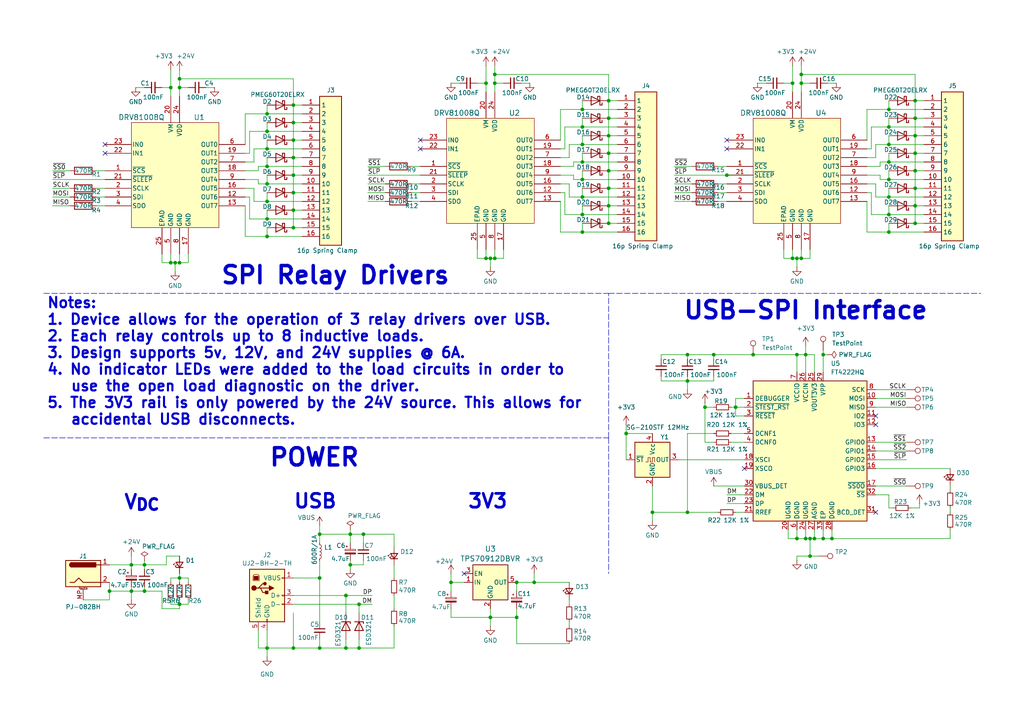
<source format=kicad_sch>
(kicad_sch (version 20231120) (generator "eeschema") (generator_version "8.0")
  (paper "A4")
  (title_block (title "PLRD1 - 24 Channel Relay Driver") (date "2025-02-14") (rev "A") (company "Robert R. Puccinelli"))
  (junction (at 140.97 24.13))
  (junction (at 77.47 53.34))
  (junction (at 100.33 187.96))
  (junction (at 38.1 163.83))
  (junction (at 257.81 57.15))
  (junction (at 257.81 41.91))
  (junction (at 154.94 168.91))
  (junction (at 168.91 46.99))
  (junction (at 234.95 161.29))
  (junction (at 233.68 102.87))
  (junction (at 77.47 38.1))
  (junction (at 92.71 154.94))
  (junction (at 100.33 172.72))
  (junction (at 77.47 63.5))
  (junction (at 204.47 118.11))
  (junction (at 257.81 31.75))
  (junction (at 231.14 102.87))
  (junction (at 234.95 156.21))
  (junction (at 31.75 171.45))
  (junction (at 199.39 148.59))
  (junction (at 232.41 21.59))
  (junction (at 176.53 49.53))
  (junction (at 38.1 171.45))
  (junction (at 238.76 156.21))
  (junction (at 104.14 175.26))
  (junction (at 85.09 30.48))
  (junction (at 49.53 76.2))
  (junction (at 181.61 125.73))
  (junction (at 149.86 168.91))
  (junction (at 41.91 163.83))
  (junction (at 176.53 39.37))
  (junction (at 101.6 163.83))
  (junction (at 85.09 35.56))
  (junction (at 265.43 44.45))
  (junction (at 101.6 154.94))
  (junction (at 213.36 118.11))
  (junction (at 143.51 24.13))
  (junction (at 50.8 76.2))
  (junction (at 232.41 24.13))
  (junction (at 257.81 46.99))
  (junction (at 176.53 29.21))
  (junction (at 77.47 43.18))
  (junction (at 77.47 58.42))
  (junction (at 85.09 50.8))
  (junction (at 265.43 49.53))
  (junction (at 241.3 156.21))
  (junction (at 231.14 156.21))
  (junction (at 41.91 171.45))
  (junction (at 189.23 148.59))
  (junction (at 85.09 187.96))
  (junction (at 265.43 54.61))
  (junction (at 77.47 48.26))
  (junction (at 104.14 187.96))
  (junction (at 92.71 187.96))
  (junction (at 149.86 179.07))
  (junction (at 168.91 62.23))
  (junction (at 265.43 39.37))
  (junction (at 142.24 179.07))
  (junction (at 199.39 102.87))
  (junction (at 143.51 21.59))
  (junction (at 85.09 60.96))
  (junction (at 218.44 102.87))
  (junction (at 168.91 31.75))
  (junction (at 236.22 156.21))
  (junction (at 233.68 156.21))
  (junction (at 199.39 110.49))
  (junction (at 229.87 24.13))
  (junction (at 168.91 36.83))
  (junction (at 49.53 25.4))
  (junction (at 85.09 55.88))
  (junction (at 143.51 74.93))
  (junction (at 232.41 74.93))
  (junction (at 265.43 59.69))
  (junction (at 168.91 57.15))
  (junction (at 52.07 175.26))
  (junction (at 176.53 64.77))
  (junction (at 257.81 62.23))
  (junction (at 52.07 25.4))
  (junction (at 176.53 59.69))
  (junction (at 231.14 74.93))
  (junction (at 77.47 33.02))
  (junction (at 265.43 34.29))
  (junction (at 176.53 44.45))
  (junction (at 257.81 36.83))
  (junction (at 52.07 76.2))
  (junction (at 130.81 168.91))
  (junction (at 176.53 54.61))
  (junction (at 207.01 102.87))
  (junction (at 257.81 52.07))
  (junction (at 168.91 52.07))
  (junction (at 168.91 41.91))
  (junction (at 77.47 187.96))
  (junction (at 229.87 74.93))
  (junction (at 168.91 67.31))
  (junction (at 85.09 45.72))
  (junction (at 238.76 102.87))
  (junction (at 52.07 167.64))
  (junction (at 77.47 68.58))
  (junction (at 140.97 74.93))
  (junction (at 142.24 74.93))
  (junction (at 52.07 22.86))
  (junction (at 176.53 34.29))
  (junction (at 265.43 29.21))
  (junction (at 210.82 50.8))
  (junction (at 105.41 154.94))
  (junction (at 85.09 66.04))
  (junction (at 257.81 67.31))
  (junction (at 92.71 167.64))
  (junction (at 85.09 40.64))
  (junction (at 265.43 64.77))
  (no_connect (at 210.82 40.64))
  (no_connect (at 254 120.65))
  (no_connect (at 30.48 41.91))
  (no_connect (at 30.48 44.45))
  (no_connect (at 121.92 40.64))
  (no_connect (at 254 123.19))
  (no_connect (at 134.62 166.37))
  (no_connect (at 254 148.59))
  (no_connect (at 121.92 43.18))
  (no_connect (at 215.9 135.89))
  (no_connect (at 210.82 43.18))
  (wire (pts (xy 252.73 55.88) (xy 252.73 62.23)))
  (wire (pts (xy 71.12 33.02) (xy 77.47 33.02)))
  (wire (pts (xy 257.81 57.15) (xy 257.81 54.61)))
  (wire (pts (xy 165.1 53.34) (xy 165.1 57.15)))
  (wire (pts (xy 254 135.89) (xy 275.59 135.89)))
  (wire (pts (xy 41.91 163.83) (xy 41.91 165.1)))
  (wire (pts (xy 71.12 59.69) (xy 71.12 68.58)))
  (wire (pts (xy 265.43 44.45) (xy 267.97 44.45)))
  (wire (pts (xy 140.97 24.13) (xy 140.97 26.67)))
  (wire (pts (xy 162.56 31.75) (xy 168.91 31.75)))
  (wire (pts (xy 74.93 48.26) (xy 77.47 48.26)))
  (wire (pts (xy 168.91 57.15) (xy 179.07 57.15)))
  (wire (pts (xy 251.46 53.34) (xy 254 53.34)))
  (wire (pts (xy 168.91 62.23) (xy 179.07 62.23)))
  (wire (pts (xy 104.14 175.26) (xy 107.95 175.26)))
  (wire (pts (xy 227.33 24.13) (xy 229.87 24.13)))
  (wire (pts (xy 166.37 48.26) (xy 166.37 46.99)))
  (wire (pts (xy 77.47 187.96) (xy 85.09 187.96)))
  (wire (pts (xy 52.07 22.86) (xy 52.07 25.4)))
  (wire (pts (xy 176.53 44.45) (xy 176.53 49.53)))
  (wire (pts (xy 71.12 41.91) (xy 71.12 33.02)))
  (wire (pts (xy 227.33 74.93) (xy 229.87 74.93)))
  (wire (pts (xy 231.14 74.93) (xy 232.41 74.93)))
  (wire (pts (xy 104.14 187.96) (xy 114.3 187.96)))
  (wire (pts (xy 100.33 187.96) (xy 92.71 187.96)))
  (wire (pts (xy 52.07 73.66) (xy 52.07 76.2)))
  (wire (pts (xy 46.99 73.66) (xy 46.99 76.2)))
  (wire (pts (xy 232.41 21.59) (xy 232.41 24.13)))
  (wire (pts (xy 238.76 156.21) (xy 241.3 156.21)))
  (wire (pts (xy 114.3 154.94) (xy 114.3 158.75)))
  (wire (pts (xy 168.91 67.31) (xy 179.07 67.31)))
  (wire (pts (xy 265.43 59.69) (xy 267.97 59.69)))
  (wire (pts (xy 105.41 154.94) (xy 105.41 157.48)))
  (wire (pts (xy 232.41 21.59) (xy 265.43 21.59)))
  (wire (pts (xy 208.28 53.34) (xy 210.82 53.34)))
  (wire (pts (xy 234.95 156.21) (xy 234.95 161.29)))
  (wire (pts (xy 251.46 31.75) (xy 257.81 31.75)))
  (wire (pts (xy 265.43 39.37) (xy 265.43 44.45)))
  (wire (pts (xy 49.53 25.4) (xy 49.53 27.94)))
  (wire (pts (xy 46.99 25.4) (xy 49.53 25.4)))
  (wire (pts (xy 71.12 57.15) (xy 72.39 57.15)))
  (wire (pts (xy 130.81 24.13) (xy 133.35 24.13)))
  (polyline (pts (xy 176.53 85.09) (xy 284.48 85.09)) (stroke (width 0) (type dash)))
  (wire (pts (xy 77.47 68.58) (xy 87.63 68.58)))
  (wire (pts (xy 74.93 182.88) (xy 74.93 187.96)))
  (wire (pts (xy 52.07 175.26) (xy 54.61 175.26)))
  (wire (pts (xy 275.59 147.32) (xy 275.59 148.59)))
  (wire (pts (xy 50.8 76.2) (xy 52.07 76.2)))
  (wire (pts (xy 143.51 72.39) (xy 143.51 74.93)))
  (wire (pts (xy 49.53 173.99) (xy 49.53 175.26)))
  (wire (pts (xy 74.93 53.34) (xy 77.47 53.34)))
  (wire (pts (xy 100.33 185.42) (xy 100.33 187.96)))
  (wire (pts (xy 71.12 46.99) (xy 73.66 46.99)))
  (wire (pts (xy 208.28 55.88) (xy 210.82 55.88)))
  (wire (pts (xy 85.09 60.96) (xy 87.63 60.96)))
  (wire (pts (xy 104.14 185.42) (xy 104.14 187.96)))
  (wire (pts (xy 48.26 161.29) (xy 52.07 161.29)))
  (wire (pts (xy 49.53 20.32) (xy 49.53 25.4)))
  (wire (pts (xy 168.91 52.07) (xy 168.91 49.53)))
  (wire (pts (xy 52.07 20.32) (xy 52.07 22.86)))
  (wire (pts (xy 233.68 102.87) (xy 233.68 107.95)))
  (wire (pts (xy 215.9 120.65) (xy 213.36 120.65)))
  (wire (pts (xy 199.39 110.49) (xy 199.39 113.03)))
  (wire (pts (xy 265.43 34.29) (xy 265.43 39.37)))
  (wire (pts (xy 52.07 25.4) (xy 52.07 27.94)))
  (wire (pts (xy 54.61 175.26) (xy 54.61 173.99)))
  (wire (pts (xy 181.61 125.73) (xy 189.23 125.73)))
  (wire (pts (xy 199.39 125.73) (xy 199.39 148.59)))
  (wire (pts (xy 71.12 68.58) (xy 77.47 68.58)))
  (wire (pts (xy 257.81 67.31) (xy 267.97 67.31)))
  (wire (pts (xy 265.43 49.53) (xy 265.43 54.61)))
  (wire (pts (xy 257.81 147.32) (xy 259.08 147.32)))
  (polyline (pts (xy 176.53 127) (xy 176.53 85.09)) (stroke (width 0) (type dash)))
  (wire (pts (xy 275.59 140.97) (xy 275.59 142.24)))
  (wire (pts (xy 255.27 52.07) (xy 257.81 52.07)))
  (wire (pts (xy 218.44 102.87) (xy 231.14 102.87)))
  (wire (pts (xy 176.53 44.45) (xy 179.07 44.45)))
  (wire (pts (xy 52.07 167.64) (xy 52.07 166.37)))
  (wire (pts (xy 229.87 74.93) (xy 231.14 74.93)))
  (wire (pts (xy 210.82 50.8) (xy 217.17 50.8)))
  (wire (pts (xy 54.61 167.64) (xy 54.61 168.91)))
  (wire (pts (xy 162.56 40.64) (xy 162.56 31.75)))
  (wire (pts (xy 77.47 66.04) (xy 77.47 68.58)))
  (wire (pts (xy 38.1 163.83) (xy 41.91 163.83)))
  (wire (pts (xy 234.95 156.21) (xy 236.22 156.21)))
  (wire (pts (xy 204.47 118.11) (xy 204.47 128.27)))
  (wire (pts (xy 49.53 73.66) (xy 49.53 76.2)))
  (wire (pts (xy 238.76 153.67) (xy 238.76 156.21)))
  (wire (pts (xy 162.56 53.34) (xy 165.1 53.34)))
  (wire (pts (xy 140.97 74.93) (xy 142.24 74.93)))
  (wire (pts (xy 195.58 48.26) (xy 200.66 48.26)))
  (wire (pts (xy 232.41 74.93) (xy 234.95 74.93)))
  (wire (pts (xy 41.91 162.56) (xy 41.91 163.83)))
  (wire (pts (xy 265.43 59.69) (xy 265.43 64.77)))
  (wire (pts (xy 140.97 19.05) (xy 140.97 24.13)))
  (wire (pts (xy 163.83 55.88) (xy 163.83 62.23)))
  (wire (pts (xy 191.77 109.22) (xy 191.77 110.49)))
  (wire (pts (xy 77.47 63.5) (xy 87.63 63.5)))
  (wire (pts (xy 77.47 58.42) (xy 77.47 55.88)))
  (wire (pts (xy 72.39 38.1) (xy 77.47 38.1)))
  (wire (pts (xy 140.97 72.39) (xy 140.97 74.93)))
  (wire (pts (xy 207.01 140.97) (xy 215.9 140.97)))
  (wire (pts (xy 176.53 29.21) (xy 176.53 34.29)))
  (wire (pts (xy 38.1 170.18) (xy 38.1 171.45)))
  (wire (pts (xy 85.09 35.56) (xy 87.63 35.56)))
  (wire (pts (xy 176.53 54.61) (xy 176.53 59.69)))
  (wire (pts (xy 254 128.27) (xy 262.89 128.27)))
  (wire (pts (xy 72.39 57.15) (xy 72.39 63.5)))
  (wire (pts (xy 77.47 187.96) (xy 77.47 190.5)))
  (wire (pts (xy 106.68 48.26) (xy 111.76 48.26)))
  (wire (pts (xy 196.85 133.35) (xy 215.9 133.35)))
  (wire (pts (xy 138.43 74.93) (xy 140.97 74.93)))
  (wire (pts (xy 77.47 43.18) (xy 77.47 40.64)))
  (wire (pts (xy 189.23 140.97) (xy 189.23 148.59)))
  (wire (pts (xy 39.37 25.4) (xy 41.91 25.4)))
  (wire (pts (xy 257.81 64.77) (xy 257.81 67.31)))
  (wire (pts (xy 77.47 53.34) (xy 87.63 53.34)))
  (wire (pts (xy 52.07 76.2) (xy 54.61 76.2)))
  (wire (pts (xy 87.63 66.04) (xy 85.09 66.04)))
  (wire (pts (xy 77.47 30.48) (xy 77.47 33.02)))
  (wire (pts (xy 74.93 187.96) (xy 77.47 187.96)))
  (wire (pts (xy 27.94 54.61) (xy 30.48 54.61)))
  (wire (pts (xy 252.73 43.18) (xy 252.73 36.83)))
  (wire (pts (xy 264.16 147.32) (xy 266.7 147.32)))
  (wire (pts (xy 142.24 179.07) (xy 130.81 179.07)))
  (wire (pts (xy 168.91 36.83) (xy 179.07 36.83)))
  (wire (pts (xy 257.81 143.51) (xy 254 143.51)))
  (wire (pts (xy 77.47 182.88) (xy 77.47 187.96)))
  (wire (pts (xy 92.71 154.94) (xy 92.71 157.48)))
  (wire (pts (xy 236.22 102.87) (xy 236.22 107.95)))
  (wire (pts (xy 234.95 72.39) (xy 234.95 74.93)))
  (wire (pts (xy 106.68 58.42) (xy 111.76 58.42)))
  (wire (pts (xy 265.43 54.61) (xy 267.97 54.61)))
  (wire (pts (xy 236.22 153.67) (xy 236.22 156.21)))
  (wire (pts (xy 138.43 24.13) (xy 140.97 24.13)))
  (wire (pts (xy 232.41 24.13) (xy 232.41 26.67)))
  (wire (pts (xy 213.36 118.11) (xy 213.36 115.57)))
  (wire (pts (xy 252.73 62.23) (xy 257.81 62.23)))
  (wire (pts (xy 130.81 168.91) (xy 130.81 171.45)))
  (wire (pts (xy 254 133.35) (xy 262.89 133.35)))
  (wire (pts (xy 199.39 110.49) (xy 207.01 110.49)))
  (wire (pts (xy 162.56 58.42) (xy 162.56 67.31)))
  (wire (pts (xy 257.81 46.99) (xy 257.81 44.45)))
  (wire (pts (xy 176.53 39.37) (xy 179.07 39.37)))
  (wire (pts (xy 168.91 46.99) (xy 179.07 46.99)))
  (wire (pts (xy 105.41 154.94) (xy 114.3 154.94)))
  (wire (pts (xy 15.24 52.07) (xy 30.48 52.07)))
  (wire (pts (xy 168.91 41.91) (xy 179.07 41.91)))
  (wire (pts (xy 119.38 58.42) (xy 121.92 58.42)))
  (wire (pts (xy 199.39 102.87) (xy 191.77 102.87)))
  (wire (pts (xy 238.76 102.87) (xy 238.76 107.95)))
  (wire (pts (xy 73.66 46.99) (xy 73.66 43.18)))
  (wire (pts (xy 85.09 30.48) (xy 87.63 30.48)))
  (wire (pts (xy 257.81 41.91) (xy 257.81 39.37)))
  (wire (pts (xy 207.01 125.73) (xy 199.39 125.73)))
  (wire (pts (xy 71.12 49.53) (xy 74.93 49.53)))
  (wire (pts (xy 106.68 55.88) (xy 111.76 55.88)))
  (wire (pts (xy 168.91 29.21) (xy 168.91 31.75)))
  (wire (pts (xy 213.36 118.11) (xy 215.9 118.11)))
  (wire (pts (xy 166.37 50.8) (xy 166.37 52.07)))
  (wire (pts (xy 168.91 31.75) (xy 179.07 31.75)))
  (wire (pts (xy 15.24 59.69) (xy 20.32 59.69)))
  (wire (pts (xy 213.36 115.57) (xy 215.9 115.57)))
  (wire (pts (xy 52.07 167.64) (xy 52.07 168.91)))
  (wire (pts (xy 212.09 118.11) (xy 213.36 118.11)))
  (wire (pts (xy 138.43 72.39) (xy 138.43 74.93)))
  (wire (pts (xy 114.3 163.83) (xy 114.3 167.64)))
  (wire (pts (xy 154.94 166.37) (xy 154.94 168.91)))
  (wire (pts (xy 114.3 172.72) (xy 114.3 176.53)))
  (wire (pts (xy 85.09 30.48) (xy 85.09 35.56)))
  (wire (pts (xy 92.71 154.94) (xy 101.6 154.94)))
  (wire (pts (xy 207.01 102.87) (xy 207.01 104.14)))
  (wire (pts (xy 215.9 143.51) (xy 210.82 143.51)))
  (wire (pts (xy 85.09 55.88) (xy 85.09 60.96)))
  (wire (pts (xy 85.09 35.56) (xy 85.09 40.64)))
  (wire (pts (xy 142.24 179.07) (xy 142.24 181.61)))
  (wire (pts (xy 228.6 156.21) (xy 231.14 156.21)))
  (wire (pts (xy 240.03 24.13) (xy 242.57 24.13)))
  (wire (pts (xy 231.14 102.87) (xy 233.68 102.87)))
  (wire (pts (xy 265.43 54.61) (xy 265.43 59.69)))
  (wire (pts (xy 31.75 171.45) (xy 31.75 173.99)))
  (wire (pts (xy 199.39 148.59) (xy 208.28 148.59)))
  (wire (pts (xy 191.77 110.49) (xy 199.39 110.49)))
  (wire (pts (xy 101.6 153.67) (xy 101.6 154.94)))
  (wire (pts (xy 106.68 50.8) (xy 121.92 50.8)))
  (wire (pts (xy 149.86 176.53) (xy 149.86 179.07)))
  (wire (pts (xy 231.14 153.67) (xy 231.14 156.21)))
  (wire (pts (xy 266.7 147.32) (xy 266.7 146.05)))
  (wire (pts (xy 166.37 46.99) (xy 168.91 46.99)))
  (wire (pts (xy 251.46 45.72) (xy 254 45.72)))
  (wire (pts (xy 101.6 154.94) (xy 105.41 154.94)))
  (wire (pts (xy 241.3 156.21) (xy 275.59 156.21)))
  (wire (pts (xy 265.43 49.53) (xy 267.97 49.53)))
  (wire (pts (xy 142.24 74.93) (xy 142.24 77.47)))
  (wire (pts (xy 233.68 100.33) (xy 233.68 102.87)))
  (wire (pts (xy 130.81 179.07) (xy 130.81 176.53)))
  (wire (pts (xy 130.81 168.91) (xy 134.62 168.91)))
  (wire (pts (xy 143.51 24.13) (xy 143.51 26.67)))
  (wire (pts (xy 168.91 64.77) (xy 168.91 67.31)))
  (wire (pts (xy 219.71 24.13) (xy 222.25 24.13)))
  (wire (pts (xy 241.3 153.67) (xy 241.3 156.21)))
  (wire (pts (xy 73.66 54.61) (xy 73.66 58.42)))
  (wire (pts (xy 252.73 36.83) (xy 257.81 36.83)))
  (wire (pts (xy 154.94 168.91) (xy 165.1 168.91)))
  (wire (pts (xy 31.75 171.45) (xy 38.1 171.45)))
  (wire (pts (xy 257.81 31.75) (xy 267.97 31.75)))
  (wire (pts (xy 165.1 45.72) (xy 165.1 41.91)))
  (wire (pts (xy 52.07 175.26) (xy 52.07 176.53)))
  (wire (pts (xy 49.53 168.91) (xy 49.53 167.64)))
  (wire (pts (xy 267.97 64.77) (xy 265.43 64.77)))
  (wire (pts (xy 255.27 46.99) (xy 257.81 46.99)))
  (wire (pts (xy 72.39 63.5) (xy 77.47 63.5)))
  (wire (pts (xy 207.01 110.49) (xy 207.01 109.22)))
  (wire (pts (xy 265.43 39.37) (xy 267.97 39.37)))
  (wire (pts (xy 52.07 25.4) (xy 54.61 25.4)))
  (wire (pts (xy 251.46 40.64) (xy 251.46 31.75)))
  (wire (pts (xy 27.94 59.69) (xy 30.48 59.69)))
  (wire (pts (xy 38.1 161.29) (xy 38.1 163.83)))
  (wire (pts (xy 162.56 48.26) (xy 166.37 48.26)))
  (wire (pts (xy 195.58 55.88) (xy 200.66 55.88)))
  (wire (pts (xy 85.09 45.72) (xy 85.09 50.8)))
  (wire (pts (xy 143.51 74.93) (xy 146.05 74.93)))
  (wire (pts (xy 199.39 102.87) (xy 199.39 104.14)))
  (wire (pts (xy 92.71 162.56) (xy 92.71 167.64)))
  (wire (pts (xy 191.77 102.87) (xy 191.77 104.14)))
  (wire (pts (xy 176.53 29.21) (xy 179.07 29.21)))
  (wire (pts (xy 238.76 101.6) (xy 238.76 102.87)))
  (wire (pts (xy 165.1 41.91) (xy 168.91 41.91)))
  (wire (pts (xy 179.07 64.77) (xy 176.53 64.77)))
  (wire (pts (xy 49.53 76.2) (xy 50.8 76.2)))
  (wire (pts (xy 257.81 52.07) (xy 267.97 52.07)))
  (wire (pts (xy 101.6 163.83) (xy 101.6 162.56)))
  (wire (pts (xy 41.91 163.83) (xy 48.26 163.83)))
  (wire (pts (xy 77.47 58.42) (xy 87.63 58.42)))
  (wire (pts (xy 176.53 54.61) (xy 179.07 54.61)))
  (wire (pts (xy 74.93 49.53) (xy 74.93 48.26)))
  (wire (pts (xy 176.53 49.53) (xy 179.07 49.53)))
  (wire (pts (xy 77.47 48.26) (xy 87.63 48.26)))
  (wire (pts (xy 101.6 154.94) (xy 101.6 157.48)))
  (wire (pts (xy 149.86 168.91) (xy 149.86 171.45)))
  (wire (pts (xy 163.83 43.18) (xy 163.83 36.83)))
  (wire (pts (xy 101.6 163.83) (xy 101.6 165.1)))
  (wire (pts (xy 38.1 163.83) (xy 38.1 165.1)))
  (wire (pts (xy 85.09 167.64) (xy 92.71 167.64)))
  (wire (pts (xy 176.53 59.69) (xy 179.07 59.69)))
  (wire (pts (xy 208.28 58.42) (xy 210.82 58.42)))
  (wire (pts (xy 105.41 162.56) (xy 105.41 163.83)))
  (wire (pts (xy 233.68 102.87) (xy 236.22 102.87)))
  (wire (pts (xy 195.58 58.42) (xy 200.66 58.42)))
  (wire (pts (xy 27.94 49.53) (xy 30.48 49.53)))
  (wire (pts (xy 77.47 38.1) (xy 87.63 38.1)))
  (wire (pts (xy 92.71 167.64) (xy 92.71 180.34)))
  (wire (pts (xy 77.47 33.02) (xy 87.63 33.02)))
  (wire (pts (xy 176.53 34.29) (xy 179.07 34.29)))
  (wire (pts (xy 71.12 44.45) (xy 72.39 44.45)))
  (wire (pts (xy 105.41 163.83) (xy 101.6 163.83)))
  (wire (pts (xy 204.47 118.11) (xy 204.47 116.84)))
  (wire (pts (xy 229.87 72.39) (xy 229.87 74.93)))
  (wire (pts (xy 162.56 50.8) (xy 166.37 50.8)))
  (wire (pts (xy 189.23 148.59) (xy 189.23 151.13)))
  (wire (pts (xy 257.81 62.23) (xy 257.81 59.69)))
  (wire (pts (xy 199.39 109.22) (xy 199.39 110.49)))
  (wire (pts (xy 168.91 57.15) (xy 168.91 54.61)))
  (wire (pts (xy 208.28 48.26) (xy 210.82 48.26)))
  (wire (pts (xy 38.1 171.45) (xy 41.91 171.45)))
  (wire (pts (xy 199.39 102.87) (xy 207.01 102.87)))
  (wire (pts (xy 207.01 102.87) (xy 218.44 102.87)))
  (wire (pts (xy 227.33 72.39) (xy 227.33 74.93)))
  (wire (pts (xy 143.51 21.59) (xy 176.53 21.59)))
  (wire (pts (xy 162.56 43.18) (xy 163.83 43.18)))
  (wire (pts (xy 229.87 24.13) (xy 229.87 26.67)))
  (wire (pts (xy 231.14 74.93) (xy 231.14 77.47)))
  (wire (pts (xy 275.59 156.21) (xy 275.59 153.67)))
  (wire (pts (xy 265.43 21.59) (xy 265.43 29.21)))
  (wire (pts (xy 189.23 148.59) (xy 199.39 148.59)))
  (wire (pts (xy 85.09 175.26) (xy 104.14 175.26)))
  (wire (pts (xy 72.39 44.45) (xy 72.39 38.1)))
  (wire (pts (xy 15.24 49.53) (xy 20.32 49.53)))
  (wire (pts (xy 254 130.81) (xy 262.89 130.81)))
  (wire (pts (xy 215.9 146.05) (xy 210.82 146.05)))
  (wire (pts (xy 142.24 176.53) (xy 142.24 179.07)))
  (wire (pts (xy 74.93 52.07) (xy 74.93 53.34)))
  (wire (pts (xy 142.24 74.93) (xy 143.51 74.93)))
  (wire (pts (xy 85.09 187.96) (xy 85.09 177.8)))
  (wire (pts (xy 168.91 62.23) (xy 168.91 59.69)))
  (wire (pts (xy 162.56 67.31) (xy 168.91 67.31)))
  (wire (pts (xy 85.09 40.64) (xy 87.63 40.64)))
  (wire (pts (xy 15.24 57.15) (xy 20.32 57.15)))
  (wire (pts (xy 85.09 50.8) (xy 87.63 50.8)))
  (wire (pts (xy 31.75 168.91) (xy 31.75 171.45)))
  (polyline (pts (xy 12.7 85.09) (xy 176.53 85.09)) (stroke (width 0) (type dash)))
  (wire (pts (xy 257.81 52.07) (xy 257.81 49.53)))
  (wire (pts (xy 85.09 45.72) (xy 87.63 45.72)))
  (wire (pts (xy 176.53 39.37) (xy 176.53 44.45)))
  (wire (pts (xy 257.81 46.99) (xy 267.97 46.99)))
  (wire (pts (xy 146.05 72.39) (xy 146.05 74.93)))
  (wire (pts (xy 71.12 52.07) (xy 74.93 52.07)))
  (wire (pts (xy 46.99 171.45) (xy 46.99 176.53)))
  (wire (pts (xy 231.14 107.95) (xy 231.14 102.87)))
  (wire (pts (xy 85.09 172.72) (xy 100.33 172.72)))
  (wire (pts (xy 165.1 173.99) (xy 165.1 175.26)))
  (polyline (pts (xy 12.7 127) (xy 176.53 127)) (stroke (width 0) (type dash)))
  (wire (pts (xy 229.87 19.05) (xy 229.87 24.13)))
  (wire (pts (xy 114.3 187.96) (xy 114.3 181.61)))
  (wire (pts (xy 85.09 55.88) (xy 87.63 55.88)))
  (wire (pts (xy 257.81 147.32) (xy 257.81 143.51)))
  (wire (pts (xy 92.71 185.42) (xy 92.71 187.96)))
  (wire (pts (xy 119.38 48.26) (xy 121.92 48.26)))
  (wire (pts (xy 38.1 171.45) (xy 38.1 173.99)))
  (wire (pts (xy 165.1 180.34) (xy 165.1 181.61)))
  (wire (pts (xy 49.53 175.26) (xy 52.07 175.26)))
  (wire (pts (xy 257.81 41.91) (xy 267.97 41.91)))
  (wire (pts (xy 257.81 36.83) (xy 267.97 36.83)))
  (wire (pts (xy 119.38 53.34) (xy 121.92 53.34)))
  (polyline (pts (xy 176.53 127) (xy 176.53 166.37)) (stroke (width 0) (type dash)))
  (wire (pts (xy 151.13 24.13) (xy 153.67 24.13)))
  (wire (pts (xy 254 118.11) (xy 262.89 118.11)))
  (wire (pts (xy 77.47 53.34) (xy 77.47 50.8)))
  (wire (pts (xy 77.47 43.18) (xy 87.63 43.18)))
  (wire (pts (xy 254 45.72) (xy 254 41.91)))
  (wire (pts (xy 232.41 24.13) (xy 234.95 24.13)))
  (wire (pts (xy 149.86 186.69) (xy 149.86 179.07)))
  (wire (pts (xy 215.9 128.27) (xy 212.09 128.27)))
  (wire (pts (xy 232.41 72.39) (xy 232.41 74.93)))
  (wire (pts (xy 85.09 60.96) (xy 85.09 66.04)))
  (wire (pts (xy 106.68 53.34) (xy 111.76 53.34)))
  (wire (pts (xy 104.14 175.26) (xy 104.14 177.8)))
  (wire (pts (xy 195.58 53.34) (xy 200.66 53.34)))
  (wire (pts (xy 254 113.03) (xy 262.89 113.03)))
  (wire (pts (xy 228.6 153.67) (xy 228.6 156.21)))
  (wire (pts (xy 92.71 152.4) (xy 92.71 154.94)))
  (wire (pts (xy 204.47 128.27) (xy 207.01 128.27)))
  (wire (pts (xy 254 115.57) (xy 262.89 115.57)))
  (wire (pts (xy 254 57.15) (xy 257.81 57.15)))
  (wire (pts (xy 251.46 58.42) (xy 251.46 67.31)))
  (wire (pts (xy 251.46 67.31) (xy 257.81 67.31)))
  (wire (pts (xy 251.46 50.8) (xy 255.27 50.8)))
  (wire (pts (xy 41.91 170.18) (xy 41.91 171.45)))
  (wire (pts (xy 162.56 45.72) (xy 165.1 45.72)))
  (wire (pts (xy 73.66 58.42) (xy 77.47 58.42)))
  (wire (pts (xy 213.36 120.65) (xy 213.36 118.11)))
  (wire (pts (xy 73.66 43.18) (xy 77.47 43.18)))
  (wire (pts (xy 143.51 19.05) (xy 143.51 21.59)))
  (wire (pts (xy 265.43 44.45) (xy 265.43 49.53)))
  (wire (pts (xy 50.8 76.2) (xy 50.8 78.74)))
  (wire (pts (xy 265.43 34.29) (xy 267.97 34.29)))
  (wire (pts (xy 31.75 173.99) (xy 24.13 173.99)))
  (wire (pts (xy 130.81 166.37) (xy 130.81 168.91)))
  (wire (pts (xy 181.61 133.35) (xy 181.61 125.73)))
  (wire (pts (xy 163.83 36.83) (xy 168.91 36.83)))
  (wire (pts (xy 143.51 24.13) (xy 146.05 24.13)))
  (wire (pts (xy 168.91 36.83) (xy 168.91 34.29)))
  (wire (pts (xy 31.75 163.83) (xy 38.1 163.83)))
  (wire (pts (xy 119.38 55.88) (xy 121.92 55.88)))
  (wire (pts (xy 176.53 49.53) (xy 176.53 54.61)))
  (wire (pts (xy 236.22 156.21) (xy 238.76 156.21)))
  (wire (pts (xy 254 140.97) (xy 262.89 140.97)))
  (wire (pts (xy 195.58 50.8) (xy 210.82 50.8)))
  (wire (pts (xy 100.33 172.72) (xy 100.33 177.8)))
  (wire (pts (xy 254 41.91) (xy 257.81 41.91)))
  (wire (pts (xy 255.27 50.8) (xy 255.27 52.07)))
  (wire (pts (xy 176.53 21.59) (xy 176.53 29.21)))
  (wire (pts (xy 251.46 48.26) (xy 255.27 48.26)))
  (wire (pts (xy 255.27 48.26) (xy 255.27 46.99)))
  (wire (pts (xy 233.68 153.67) (xy 233.68 156.21)))
  (wire (pts (xy 207.01 118.11) (xy 204.47 118.11)))
  (wire (pts (xy 142.24 179.07) (xy 149.86 179.07)))
  (wire (pts (xy 52.07 167.64) (xy 54.61 167.64)))
  (wire (pts (xy 231.14 161.29) (xy 231.14 162.56)))
  (wire (pts (xy 52.07 22.86) (xy 85.09 22.86)))
  (wire (pts (xy 165.1 186.69) (xy 149.86 186.69)))
  (wire (pts (xy 176.53 34.29) (xy 176.53 39.37)))
  (wire (pts (xy 143.51 21.59) (xy 143.51 24.13)))
  (wire (pts (xy 52.07 176.53) (xy 46.99 176.53)))
  (wire (pts (xy 165.1 57.15) (xy 168.91 57.15)))
  (wire (pts (xy 104.14 187.96) (xy 100.33 187.96)))
  (wire (pts (xy 46.99 76.2) (xy 49.53 76.2)))
  (wire (pts (xy 71.12 54.61) (xy 73.66 54.61)))
  (wire (pts (xy 168.91 46.99) (xy 168.91 44.45)))
  (wire (pts (xy 168.91 41.91) (xy 168.91 39.37)))
  (wire (pts (xy 233.68 156.21) (xy 234.95 156.21)))
  (wire (pts (xy 149.86 168.91) (xy 154.94 168.91)))
  (wire (pts (xy 231.14 161.29) (xy 234.95 161.29)))
  (wire (pts (xy 257.81 57.15) (xy 267.97 57.15)))
  (wire (pts (xy 162.56 55.88) (xy 163.83 55.88)))
  (wire (pts (xy 215.9 148.59) (xy 213.36 148.59)))
  (wire (pts (xy 85.09 50.8) (xy 85.09 55.88)))
  (wire (pts (xy 77.47 48.26) (xy 77.47 45.72)))
  (wire (pts (xy 232.41 19.05) (xy 232.41 21.59)))
  (wire (pts (xy 265.43 29.21) (xy 267.97 29.21)))
  (wire (pts (xy 265.43 29.21) (xy 265.43 34.29)))
  (wire (pts (xy 100.33 172.72) (xy 107.95 172.72)))
  (wire (pts (xy 59.69 25.4) (xy 62.23 25.4)))
  (wire (pts (xy 92.71 187.96) (xy 85.09 187.96)))
  (wire (pts (xy 77.47 38.1) (xy 77.47 35.56)))
  (wire (pts (xy 212.09 125.73) (xy 215.9 125.73)))
  (wire (pts (xy 181.61 123.19) (xy 181.61 125.73)))
  (wire (pts (xy 48.26 163.83) (xy 48.26 161.29)))
  (wire (pts (xy 257.81 62.23) (xy 267.97 62.23)))
  (wire (pts (xy 85.09 22.86) (xy 85.09 30.48)))
  (wire (pts (xy 251.46 43.18) (xy 252.73 43.18)))
  (wire (pts (xy 257.81 29.21) (xy 257.81 31.75)))
  (wire (pts (xy 234.95 161.29) (xy 237.49 161.29)))
  (wire (pts (xy 176.53 59.69) (xy 176.53 64.77)))
  (wire (pts (xy 238.76 102.87) (xy 240.03 102.87)))
  (wire (pts (xy 15.24 54.61) (xy 20.32 54.61)))
  (wire (pts (xy 251.46 55.88) (xy 252.73 55.88)))
  (wire (pts (xy 166.37 52.07) (xy 168.91 52.07)))
  (wire (pts (xy 163.83 62.23) (xy 168.91 62.23)))
  (wire (pts (xy 52.07 173.99) (xy 52.07 175.26)))
  (wire (pts (xy 168.91 52.07) (xy 179.07 52.07)))
  (wire (pts (xy 257.81 36.83) (xy 257.81 34.29)))
  (wire (pts (xy 85.09 40.64) (xy 85.09 45.72)))
  (wire (pts (xy 41.91 171.45) (xy 46.99 171.45)))
  (wire (pts (xy 231.14 156.21) (xy 233.68 156.21)))
  (wire (pts (xy 27.94 57.15) (xy 30.48 57.15)))
  (wire (pts (xy 77.47 63.5) (xy 77.47 60.96)))
  (wire (pts (xy 54.61 73.66) (xy 54.61 76.2)))
  (wire (pts (xy 49.53 167.64) (xy 52.07 167.64)))
  (wire (pts (xy 254 53.34) (xy 254 57.15)))
  (text "3V3" (at 141.478 145.542 0) (effects (font (size 4 4) (thickness 0.8) (bold yes))))
  (text "V_{DC}" (at 41.148 145.796 0) (effects (font (size 4 4) (thickness 0.8) (bold yes))))
  (text "SPI Relay Drivers" (at 97.282 80.01 0) (effects (font (size 5 5) (thickness 1) (bold yes))))
  (text "USB-SPI Interface" (at 233.68 90.17 0) (effects (font (size 5 5) (thickness 1) (bold yes))))
  (text "USB" (at 91.44 145.542 0) (effects (font (size 4 4) (thickness 0.8) (bold yes))))
  (text "Notes:\n1. Device allows for the operation of 3 relay drivers over USB.\n2. Each relay controls up to 8 inductive loads.\n3. Design supports 5v, 12V, and 24V supplies @ 6A.\n4. No indicator LEDs were added to the load circuits in order to \n   use the open load diagnostic on the driver.\n5. The 3V3 rail is only powered by the 24V source. This allows for \n   accidental USB disconnects." (at 13.462 104.902 0) (effects (font (size 3 3) (thickness 0.6) (bold yes)) (justify left)))
  (text "POWER" (at 91.186 132.842 0) (effects (font (size 5 5) (thickness 1) (bold yes))))
  (label "DM" (at 210.82 143.51 0))
  (label "SCLK" (at 262.89 113.03 180))
  (label "MISO" (at 195.58 58.42 0))
  (label "~{SLP}" (at 195.58 50.8 0))
  (label "~{SS0}" (at 15.24 49.53 0) (effects (font (thickness 0.1588))))
  (label "MOSI" (at 106.68 55.88 0))
  (label "DP" (at 210.82 146.05 0))
  (label "~{SS0}" (at 262.89 140.97 180))
  (label "DP" (at 107.95 172.72 180))
  (label "MISO" (at 262.89 118.11 180))
  (label "~{SS2}" (at 262.89 130.81 180))
  (label "MISO" (at 106.68 58.42 0))
  (label "SCLK" (at 15.24 54.61 0))
  (label "~{SLP}" (at 106.68 50.8 0))
  (label "~{SS1}" (at 262.89 128.27 180))
  (label "~{SS2}" (at 195.58 48.26 0) (effects (font (thickness 0.1588))))
  (label "MOSI" (at 195.58 55.88 0))
  (label "MOSI" (at 15.24 57.15 0))
  (label "SCLK" (at 195.58 53.34 0))
  (label "~{SS1}" (at 106.68 48.26 0) (effects (font (thickness 0.1588))))
  (label "MISO" (at 15.24 59.69 0))
  (label "SCLK" (at 106.68 53.34 0))
  (label "DM" (at 107.95 175.26 180))
  (label "~{SLP}" (at 262.89 133.35 180))
  (label "MOSI" (at 262.89 115.57 180))
  (label "~{SLP}" (at 15.24 52.07 0))
  (symbol (lib_id "Connector:TestPoint") (at 262.89 118.11 270) (unit 1)
    (property "Reference" "TP6" (at 267.208 118.11 90) (effects (justify left)))
    (property "Value" "TestPoint" (effects (hide yes)))
    (property "Footprint" "TestPoint:TestPoint_THTPad_1.0x1.0mm_Drill0.5mm" (effects (hide yes)))
    (property "Description" "test point" (effects (hide yes)))
  )
  (symbol (lib_id "Device:R_Small") (at 275.59 151.13 0) (unit 1)
    (property "Reference" "R25" (at 276.86 150.114 0) (effects (justify left)))
    (property "Value" "470R" (at 276.86 152.146 0) (effects (justify left)))
    (property "Footprint" "Resistor_SMD:R_0402_1005Metric" (effects (hide yes)))
    (property "Description" "Resistor, small symbol" (effects (hide yes)))
  )
  (symbol (lib_id "Device:C_Small") (at 207.01 106.68 0) (unit 1)
    (property "Reference" "C14" (at 207.264 104.902 0) (effects (justify left)))
    (property "Value" "100nF" (at 207.772 108.712 0) (effects (justify left)))
    (property "Footprint" "Capacitor_SMD:C_0402_1005Metric" (effects (hide yes)))
    (property "Description" "Unpolarized capacitor, small symbol" (effects (hide yes)))
  )
  (symbol (lib_id "Device:R") (at 115.57 58.42 90) (unit 1)
    (property "Reference" "R12" (at 119.38 59.69 90))
    (property "Value" "470R" (at 115.57 58.42 90))
    (property "Footprint" "Resistor_SMD:R_0402_1005Metric" (effects (hide yes)))
    (property "Description" "Resistor" (effects (hide yes)))
  )
  (symbol (lib_id "power:VBUS") (at 92.71 152.4 0) (unit 1)
    (property "Reference" "#PWR09" (effects (hide yes)))
    (property "Value" "VBUS" (at 88.9 150.114 0))
    (property "Description" "Power symbol creates a global label with name \"VBUS\"" (effects (hide yes)))
  )
  (symbol (lib_id "Device:R_Small") (at 209.55 128.27 270) (unit 1)
    (property "Reference" "R21" (at 208.788 130.302 90) (effects (justify right)))
    (property "Value" "12K 1%" (at 216.916 130.302 90) (effects (justify right)))
    (property "Footprint" "Resistor_SMD:R_0402_1005Metric" (effects (hide yes)))
    (property "Description" "Resistor, small symbol" (effects (hide yes)))
  )
  (symbol (lib_id "Device:R_Small") (at 114.3 179.07 0) (unit 1)
    (property "Reference" "R8" (at 115.57 178.054 0) (effects (justify left)))
    (property "Value" "470R" (at 115.57 180.086 0) (effects (justify left)))
    (property "Footprint" "Resistor_SMD:R_0402_1005Metric" (effects (hide yes)))
    (property "Description" "Resistor, small symbol" (effects (hide yes)))
  )
  (symbol (lib_id "custom-components:DRV81008Q") (at 30.48 43.18 0) (unit 1)
    (property "Reference" "U1" (at 56.134 34.036 0) (effects (font (size 1.524 1.524)) (justify left)))
    (property "Value" "DRV81008Q" (at 34.29 34.036 0) (effects (font (size 1.524 1.524)) (justify left)))
    (property "Footprint" "Custom:HTSSOP24_PWP-T_TEX" (effects (hide yes)))
    (property "Datasheet" "PDRV81008QPWPRQ1" (effects (hide yes)))
    (property "Description" "Relay Driver 8 channel SPI" (effects (hide yes)))
  )
  (symbol (lib_id "Diode:MBR0580") (at 261.62 44.45 180) (unit 1)
    (property "Reference" "D25" (at 258.318 43.434 0))
    (property "Value" "MBR0580" (effects (hide yes)))
    (property "Footprint" "Diode_SMD:D_SOD-123" (effects (hide yes)))
    (property "Datasheet" "http://www.mccsemi.com/up_pdf/MBR0520~MBR0580(SOD123).pdf" (effects (hide yes)))
    (property "Description" "80V 0.5A Schottky Power Rectifier Diode, SOD-123" (effects (hide yes)))
  )
  (symbol (lib_id "power:PWR_FLAG") (at 41.91 162.56 0) (unit 1)
    (property "Reference" "#FLG01" (effects (hide yes)))
    (property "Value" "PWR_FLAG" (at 45.974 158.496 0))
    (property "Description" "Special symbol for telling ERC where power comes from" (effects (hide yes)))
  )
  (symbol (lib_id "Connector:TestPoint") (at 262.89 113.03 270) (unit 1)
    (property "Reference" "TP4" (at 267.208 113.03 90) (effects (justify left)))
    (property "Value" "TestPoint" (effects (hide yes)))
    (property "Footprint" "TestPoint:TestPoint_THTPad_1.0x1.0mm_Drill0.5mm" (effects (hide yes)))
    (property "Description" "test point" (effects (hide yes)))
  )
  (symbol (lib_id "Oscillator:SG-210STF") (at 189.23 133.35 0) (unit 1)
    (property "Reference" "Y1" (at 192.786 126.746 0))
    (property "Value" "SG-210STF 12MHz" (at 190.754 123.952 0))
    (property "Footprint" "Oscillator:Oscillator_SMD_SeikoEpson_SG210-4Pin_2.5x2.0mm" (effects (hide yes)))
    (property "Datasheet" "https://support.epson.biz/td/api/doc_check.php?mode=dl&lang=en&Parts=SG-210STF" (effects (hide yes)))
    (property "Description" "CMOS Crystal Oscillator SPXO" (effects (hide yes)))
  )
  (symbol (lib_id "Device:R") (at 115.57 48.26 90) (unit 1)
    (property "Reference" "R9" (at 119.38 49.276 90))
    (property "Value" "470R" (at 115.57 48.26 90))
    (property "Footprint" "Resistor_SMD:R_0402_1005Metric" (effects (hide yes)))
    (property "Description" "Resistor" (effects (hide yes)))
  )
  (symbol (lib_id "Device:C_Small") (at 191.77 106.68 0) (unit 1)
    (property "Reference" "C12" (at 192.024 104.902 0) (effects (justify left)))
    (property "Value" "100nF" (at 192.532 108.712 0) (effects (justify left)))
    (property "Footprint" "Capacitor_SMD:C_0402_1005Metric" (effects (hide yes)))
    (property "Description" "Unpolarized capacitor, small symbol" (effects (hide yes)))
  )
  (symbol (lib_id "Diode:MBR0580") (at 81.28 55.88 180) (unit 1)
    (property "Reference" "D7" (at 77.47 54.864 0))
    (property "Value" "MBR0580" (effects (hide yes)))
    (property "Footprint" "Diode_SMD:D_SOD-123" (effects (hide yes)))
    (property "Datasheet" "http://www.mccsemi.com/up_pdf/MBR0520~MBR0580(SOD123).pdf" (effects (hide yes)))
    (property "Description" "80V 0.5A Schottky Power Rectifier Diode, SOD-123" (effects (hide yes)))
  )
  (symbol (lib_id "Diode:MBR0580") (at 172.72 59.69 180) (unit 1)
    (property "Reference" "D20" (at 169.164 58.674 0))
    (property "Value" "MBR0580" (effects (hide yes)))
    (property "Footprint" "Diode_SMD:D_SOD-123" (effects (hide yes)))
    (property "Datasheet" "http://www.mccsemi.com/up_pdf/MBR0520~MBR0580(SOD123).pdf" (effects (hide yes)))
    (property "Description" "80V 0.5A Schottky Power Rectifier Diode, SOD-123" (effects (hide yes)))
  )
  (symbol (lib_id "Device:LED_Small") (at 114.3 161.29 90) (unit 1)
    (property "Reference" "D12" (at 116.078 160.0143 90) (effects (justify right)))
    (property "Value" "SML-P11UTT86R" (effects (hide yes)))
    (property "Footprint" "LED_SMD:LED_0402_1005Metric" (effects (hide yes)))
    (property "Description" "Light emitting diode, small symbol" (effects (hide yes)))
  )
  (symbol (lib_id "Diode:MBR0580") (at 81.28 50.8 180) (unit 1)
    (property "Reference" "D6" (at 77.47 49.784 0))
    (property "Value" "MBR0580" (effects (hide yes)))
    (property "Footprint" "Diode_SMD:D_SOD-123" (effects (hide yes)))
    (property "Datasheet" "http://www.mccsemi.com/up_pdf/MBR0520~MBR0580(SOD123).pdf" (effects (hide yes)))
    (property "Description" "80V 0.5A Schottky Power Rectifier Diode, SOD-123" (effects (hide yes)))
  )
  (symbol (lib_id "Diode:MBR0580") (at 172.72 34.29 180) (unit 1)
    (property "Reference" "D15" (at 169.164 33.274 0))
    (property "Value" "MBR0580" (effects (hide yes)))
    (property "Footprint" "Diode_SMD:D_SOD-123" (effects (hide yes)))
    (property "Datasheet" "http://www.mccsemi.com/up_pdf/MBR0520~MBR0580(SOD123).pdf" (effects (hide yes)))
    (property "Description" "80V 0.5A Schottky Power Rectifier Diode, SOD-123" (effects (hide yes)))
  )
  (symbol (lib_id "Connector:TestPoint") (at 262.89 130.81 270) (unit 1)
    (property "Reference" "TP8" (at 267.208 130.81 90) (effects (justify left)))
    (property "Value" "TestPoint" (effects (hide yes)))
    (property "Footprint" "TestPoint:TestPoint_THTPad_1.0x1.0mm_Drill0.5mm" (effects (hide yes)))
    (property "Description" "test point" (effects (hide yes)))
  )
  (symbol (lib_id "custom-components:TPS70912DBVR") (at 129.54 166.37 0) (unit 1)
    (property "Reference" "U3" (at 142.24 159.1996 0) (effects (font (size 1.524 1.524))))
    (property "Value" "TPS70912DBVR" (at 142.24 162.0325 0) (effects (font (size 1.524 1.524))))
    (property "Footprint" "Custom:DBV5_TEX" (effects (hide yes)))
    (property "Datasheet" "TPS70912DBVR" (effects (hide yes)))
  )
  (symbol (lib_id "Diode:MBR0580") (at 261.62 39.37 180) (unit 1)
    (property "Reference" "D24" (at 258.318 38.354 0))
    (property "Value" "MBR0580" (effects (hide yes)))
    (property "Footprint" "Diode_SMD:D_SOD-123" (effects (hide yes)))
    (property "Datasheet" "http://www.mccsemi.com/up_pdf/MBR0520~MBR0580(SOD123).pdf" (effects (hide yes)))
    (property "Description" "80V 0.5A Schottky Power Rectifier Diode, SOD-123" (effects (hide yes)))
  )
  (symbol (lib_id "Connector:TestPoint") (at 262.89 140.97 270) (unit 1)
    (property "Reference" "TP9" (at 267.208 140.97 90) (effects (justify left)))
    (property "Value" "TestPoint" (effects (hide yes)))
    (property "Footprint" "TestPoint:TestPoint_THTPad_1.0x1.0mm_Drill0.5mm" (effects (hide yes)))
    (property "Description" "test point" (effects (hide yes)))
  )
  (symbol (lib_id "Diode:ESD5Zxx") (at 104.14 181.61 270) (unit 1)
    (property "Reference" "D11" (at 104.648 179.07 90) (effects (justify left)))
    (property "Value" "ESD321" (at 106.934 179.832 0) (effects (justify left)))
    (property "Footprint" "Diode_SMD:D_SOD-523" (effects (hide yes)))
    (property "Datasheet" "https://www.onsemi.com/pdf/datasheet/esd5z2.5t1-d.pdf" (effects (hide yes)))
    (property "Description" "ESD Protection Diode, SOD-523" (effects (hide yes)))
  )
  (symbol (lib_id "power:+3V3") (at 204.47 116.84 0) (mirror y) (unit 1)
    (property "Reference" "#PWR022" (effects (hide yes)))
    (property "Value" "+3V3" (at 207.01 113.538 0))
    (property "Description" "Power symbol creates a global label with name \"+3V3\"" (effects (hide yes)))
  )
  (symbol (lib_id "power:VBUS") (at 207.01 140.97 0) (unit 1)
    (property "Reference" "#PWR023" (effects (hide yes)))
    (property "Value" "VBUS" (at 207.01 136.8369 0))
    (property "Description" "Power symbol creates a global label with name \"VBUS\"" (effects (hide yes)))
  )
  (symbol (lib_id "Connector:Barrel_Jack_MountingPin") (at 24.13 166.37 0) (unit 1)
    (property "Reference" "J1" (at 24.13 161.29 0))
    (property "Value" "PJ-082BH" (at 24.13 176.022 0))
    (property "Footprint" "Custom:CUI_PJ-082BH" (effects (hide yes)))
    (property "Description" "DC Barrel Jack with a mounting pin" (effects (hide yes)))
  )
  (symbol (lib_id "custom-components:DRV81008Q") (at 210.82 41.91 0) (unit 1)
    (property "Reference" "U4" (at 236.474 32.766 0) (effects (font (size 1.524 1.524)) (justify left)))
    (property "Value" "DRV81008Q" (at 214.63 32.766 0) (effects (font (size 1.524 1.524)) (justify left)))
    (property "Footprint" "Custom:HTSSOP24_PWP-T_TEX" (effects (hide yes)))
    (property "Datasheet" "PDRV81008QPWPRQ1" (effects (hide yes)))
    (property "Description" "Relay Driver 8 channel SPI" (effects (hide yes)))
  )
  (symbol (lib_id "power:GND") (at 142.24 181.61 0) (unit 1)
    (property "Reference" "#PWR015" (effects (hide yes)))
    (property "Value" "GND" (at 142.24 185.7431 0))
    (property "Description" "Power symbol creates a global label with name \"GND\" , ground" (effects (hide yes)))
  )
  (symbol (lib_id "power:GND") (at 189.23 151.13 0) (unit 1)
    (property "Reference" "#PWR020" (effects (hide yes)))
    (property "Value" "GND" (at 189.23 155.2631 0))
    (property "Description" "Power symbol creates a global label with name \"GND\" , ground" (effects (hide yes)))
  )
  (symbol (lib_id "Connector:TestPoint") (at 237.49 161.29 270) (unit 1)
    (property "Reference" "TP2" (at 242.189 160.0778 90) (effects (justify left)))
    (property "Value" "TestPoint" (effects (hide yes)))
    (property "Footprint" "TestPoint:TestPoint_THTPad_1.0x1.0mm_Drill0.5mm" (effects (hide yes)))
    (property "Description" "test point" (effects (hide yes)))
  )
  (symbol (lib_id "Device:C_Small") (at 237.49 24.13 90) (unit 1)
    (property "Reference" "C16" (at 242.316 22.86 90) (effects (justify left)))
    (property "Value" "100nF" (at 240.538 26.924 90) (effects (justify left)))
    (property "Footprint" "Capacitor_SMD:C_0402_1005Metric" (effects (hide yes)))
    (property "Description" "Unpolarized capacitor, small symbol" (effects (hide yes)))
  )
  (symbol (lib_id "Diode:ESD5Zxx") (at 100.33 181.61 270) (unit 1)
    (property "Reference" "D10" (at 97.028 179.07 90) (effects (justify left)))
    (property "Value" "ESD321" (at 98.044 180.086 0) (effects (justify left)))
    (property "Footprint" "Diode_SMD:D_SOD-523" (effects (hide yes)))
    (property "Datasheet" "https://www.onsemi.com/pdf/datasheet/esd5z2.5t1-d.pdf" (effects (hide yes)))
    (property "Description" "ESD Protection Diode, SOD-523" (effects (hide yes)))
  )
  (symbol (lib_id "Device:C_Small") (at 224.79 24.13 90) (unit 1)
    (property "Reference" "C15" (at 223.774 22.86 90) (effects (justify left)))
    (property "Value" "100nF" (at 227.838 26.924 90) (effects (justify left)))
    (property "Footprint" "Capacitor_SMD:C_0402_1005Metric" (effects (hide yes)))
    (property "Description" "Unpolarized capacitor, small symbol" (effects (hide yes)))
  )
  (symbol (lib_id "custom-components:FT4222HQ-custom") (at 236.22 130.81 0) (unit 1)
    (property "Reference" "U5" (at 240.9541 105.41 0) (effects (justify left)))
    (property "Value" "FT4222HQ" (at 240.9541 107.95 0) (effects (justify left)))
    (property "Footprint" "Custom:VQFN-32-1EP_5x5mm_P0.5mm_EP3.1x3.1mm" (effects (hide yes)))
    (property "Datasheet" "https://www.ftdichip.com/Support/Documents/DataSheets/ICs/DS_FT4222H.pdf" (effects (hide yes)))
    (property "Description" "USB 2.0 to Quad SPI or I2C Bridge, VQFN-32" (effects (hide yes)))
  )
  (symbol (lib_id "Diode:MBR0580") (at 81.28 40.64 180) (unit 1)
    (property "Reference" "D4" (at 77.47 39.624 0))
    (property "Value" "MBR0580" (effects (hide yes)))
    (property "Footprint" "Diode_SMD:D_SOD-123" (effects (hide yes)))
    (property "Datasheet" "http://www.mccsemi.com/up_pdf/MBR0520~MBR0580(SOD123).pdf" (effects (hide yes)))
    (property "Description" "80V 0.5A Schottky Power Rectifier Diode, SOD-123" (effects (hide yes)))
  )
  (symbol (lib_id "Diode:MBR0580") (at 172.72 54.61 180) (unit 1)
    (property "Reference" "D19" (at 169.164 53.594 0))
    (property "Value" "MBR0580" (effects (hide yes)))
    (property "Footprint" "Diode_SMD:D_SOD-123" (effects (hide yes)))
    (property "Datasheet" "http://www.mccsemi.com/up_pdf/MBR0520~MBR0580(SOD123).pdf" (effects (hide yes)))
    (property "Description" "80V 0.5A Schottky Power Rectifier Diode, SOD-123" (effects (hide yes)))
  )
  (symbol (lib_id "Device:R_Small") (at 261.62 147.32 270) (unit 1)
    (property "Reference" "R23" (at 263.144 145.542 90) (effects (justify right)))
    (property "Value" "12K 1%" (at 265.43 149.606 90) (effects (justify right)))
    (property "Footprint" "Resistor_SMD:R_0402_1005Metric" (effects (hide yes)))
    (property "Description" "Resistor, small symbol" (effects (hide yes)))
  )
  (symbol (lib_id "Diode:MBR0580") (at 81.28 45.72 180) (unit 1)
    (property "Reference" "D5" (at 77.47 44.704 0))
    (property "Value" "MBR0580" (effects (hide yes)))
    (property "Footprint" "Diode_SMD:D_SOD-123" (effects (hide yes)))
    (property "Datasheet" "http://www.mccsemi.com/up_pdf/MBR0520~MBR0580(SOD123).pdf" (effects (hide yes)))
    (property "Description" "80V 0.5A Schottky Power Rectifier Diode, SOD-123" (effects (hide yes)))
  )
  (symbol (lib_id "power:+3V3") (at 140.97 19.05 0) (unit 1)
    (property "Reference" "#PWR013" (effects (hide yes)))
    (property "Value" "+3V3" (at 138.938 14.986 0))
    (property "Description" "Power symbol creates a global label with name \"+3V3\"" (effects (hide yes)))
  )
  (symbol (lib_id "Device:C_Small") (at 57.15 25.4 90) (unit 1)
    (property "Reference" "C4" (at 61.976 24.13 90) (effects (justify left)))
    (property "Value" "100nF" (at 60.198 28.194 90) (effects (justify left)))
    (property "Footprint" "Capacitor_SMD:C_0402_1005Metric" (effects (hide yes)))
    (property "Description" "Unpolarized capacitor, small symbol" (effects (hide yes)))
  )
  (symbol (lib_id "Device:R_Small") (at 165.1 184.15 0) (unit 1)
    (property "Reference" "R14" (at 166.37 183.134 0) (effects (justify left)))
    (property "Value" "470R" (at 166.37 185.166 0) (effects (justify left)))
    (property "Footprint" "Resistor_SMD:R_0402_1005Metric" (effects (hide yes)))
    (property "Description" "Resistor, small symbol" (effects (hide yes)))
  )
  (symbol (lib_id "power:+24V") (at 130.81 166.37 0) (unit 1)
    (property "Reference" "#PWR012" (effects (hide yes)))
    (property "Value" "+24V" (at 128.778 162.814 0))
    (property "Description" "Power symbol creates a global label with name \"+24V\"" (effects (hide yes)))
  )
  (symbol (lib_id "Device:C_Small") (at 41.91 167.64 0) (unit 1)
    (property "Reference" "C3" (at 42.164 165.862 0) (effects (justify left)))
    (property "Value" "100nF" (at 42.672 169.672 0) (effects (justify left)))
    (property "Footprint" "Capacitor_SMD:C_0402_1005Metric" (effects (hide yes)))
    (property "Description" "Unpolarized capacitor, small symbol" (effects (hide yes)))
  )
  (symbol (lib_id "custom-components:Phoenix 1989887") (at 267.97 29.21 0) (unit 1)
    (property "Reference" "J5" (at 275.082 24.892 0) (effects (justify left)))
    (property "Value" "16p Spring Clamp" (at 266.446 71.374 0) (effects (justify left)))
    (property "Footprint" "Custom:1989887" (effects (hide yes)))
    (property "Datasheet" "https://datasheet.datasheetarchive.com/originals/distributors/SFDatasheet-2/sf-00059258.pdf" (effects (hide yes)))
    (property "Description" "PCB terminal block, nominal current: 2 A, rated voltage (III/2): 250 V, nominal cross section: 0.5 mm, number of potentials: 16, number of rows: 1, number of positions per row: 16, product range: PTSA 0,5, pitch: 2.5 mm, connection method: Push-in spring connection, mounting: Wave soldering, conductor/PCB connection direction: 45 , color: green, Pin layout: Linear pinning, Solder pin [P]: 3.6 mm, number of solder pins per potential: 1, type of packaging: packed in cardboard. Soldering legs in front area," (effects (hide yes)))
    (property "Height" "13.1" (effects (hide yes)))
    (property "Manufacturer_Name" "Phoenix Contact" (effects (hide yes)))
    (property "Manufacturer_Part_Number" "1989887" (effects (hide yes)))
    (property "Mouser Part Number" "651-1989887" (effects (hide yes)))
    (property "Mouser Price/Stock" "https://www.mouser.co.uk/ProductDetail/Phoenix-Contact/1989887?qs=eiqBpq341KWmiBhf%2FwUG%252BQ%3D%3D" (effects (hide yes)))
    (property "Arrow Part Number" "1989887" (effects (hide yes)))
    (property "Arrow Price/Stock" "https://www.arrow.com/en/products/1989887/phoenix-contact?region=nac" (effects (hide yes)))
  )
  (symbol (lib_id "power:+3V3") (at 229.87 19.05 0) (unit 1)
    (property "Reference" "#PWR025" (effects (hide yes)))
    (property "Value" "+3V3" (at 227.838 14.986 0))
    (property "Description" "Power symbol creates a global label with name \"+3V3\"" (effects (hide yes)))
  )
  (symbol (lib_id "power:+3V3") (at 266.7 146.05 0) (unit 1)
    (property "Reference" "#PWR031" (effects (hide yes)))
    (property "Value" "+3V3" (at 270.256 146.05 0))
    (property "Description" "Power symbol creates a global label with name \"+3V3\"" (effects (hide yes)))
  )
  (symbol (lib_id "Device:R") (at 115.57 53.34 90) (unit 1)
    (property "Reference" "R10" (at 119.38 54.356 90))
    (property "Value" "470R" (at 115.57 53.34 90))
    (property "Footprint" "Resistor_SMD:R_0402_1005Metric" (effects (hide yes)))
    (property "Description" "Resistor" (effects (hide yes)))
  )
  (symbol (lib_id "Device:R_Small") (at 49.53 171.45 0) (unit 1)
    (property "Reference" "R5" (at 46.99 174.244 0) (effects (justify left)))
    (property "Value" "12K" (at 49.53 173.482 90) (effects (justify left)))
    (property "Footprint" "Resistor_SMD:R_0402_1005Metric" (effects (hide yes)))
    (property "Description" "Resistor, small symbol" (effects (hide yes)))
  )
  (symbol (lib_id "power:GND") (at 231.14 77.47 0) (unit 1)
    (property "Reference" "#PWR026" (effects (hide yes)))
    (property "Value" "GND" (at 231.14 81.6031 0))
    (property "Description" "Power symbol creates a global label with name \"GND\" , ground" (effects (hide yes)))
  )
  (symbol (lib_id "power:GND") (at 77.47 190.5 0) (unit 1)
    (property "Reference" "#PWR08" (effects (hide yes)))
    (property "Value" "GND" (at 77.47 195.58 0))
    (property "Description" "Power symbol creates a global label with name \"GND\" , ground" (effects (hide yes)))
  )
  (symbol (lib_id "custom-components:Phoenix 1989887") (at 87.63 30.48 0) (unit 1)
    (property "Reference" "J3" (at 94.742 26.162 0) (effects (justify left)))
    (property "Value" "16p Spring Clamp" (at 86.106 72.644 0) (effects (justify left)))
    (property "Footprint" "Custom:1989887" (effects (hide yes)))
    (property "Datasheet" "https://datasheet.datasheetarchive.com/originals/distributors/SFDatasheet-2/sf-00059258.pdf" (effects (hide yes)))
    (property "Description" "PCB terminal block, nominal current: 2 A, rated voltage (III/2): 250 V, nominal cross section: 0.5 mm, number of potentials: 16, number of rows: 1, number of positions per row: 16, product range: PTSA 0,5, pitch: 2.5 mm, connection method: Push-in spring connection, mounting: Wave soldering, conductor/PCB connection direction: 45 , color: green, Pin layout: Linear pinning, Solder pin [P]: 3.6 mm, number of solder pins per potential: 1, type of packaging: packed in cardboard. Soldering legs in front area," (effects (hide yes)))
    (property "Height" "13.1" (effects (hide yes)))
    (property "Manufacturer_Name" "Phoenix Contact" (effects (hide yes)))
    (property "Manufacturer_Part_Number" "1989887" (effects (hide yes)))
    (property "Mouser Part Number" "651-1989887" (effects (hide yes)))
    (property "Mouser Price/Stock" "https://www.mouser.co.uk/ProductDetail/Phoenix-Contact/1989887?qs=eiqBpq341KWmiBhf%2FwUG%252BQ%3D%3D" (effects (hide yes)))
    (property "Arrow Part Number" "1989887" (effects (hide yes)))
    (property "Arrow Price/Stock" "https://www.arrow.com/en/products/1989887/phoenix-contact?region=nac" (effects (hide yes)))
  )
  (symbol (lib_id "Device:R_Small") (at 114.3 170.18 0) (unit 1)
    (property "Reference" "R7" (at 115.57 168.91 0) (effects (justify left)))
    (property "Value" "470R" (at 115.57 171.196 0) (effects (justify left)))
    (property "Footprint" "Resistor_SMD:R_0402_1005Metric" (effects (hide yes)))
    (property "Description" "Resistor, small symbol" (effects (hide yes)))
  )
  (symbol (lib_id "power:GND") (at 130.81 24.13 0) (unit 1)
    (property "Reference" "#PWR011" (effects (hide yes)))
    (property "Value" "GND" (at 130.81 28.2631 0))
    (property "Description" "Power symbol creates a global label with name \"GND\" , ground" (effects (hide yes)))
  )
  (symbol (lib_id "Diode:MBR0580") (at 172.72 39.37 180) (unit 1)
    (property "Reference" "D16" (at 169.164 38.354 0))
    (property "Value" "MBR0580" (effects (hide yes)))
    (property "Footprint" "Diode_SMD:D_SOD-123" (effects (hide yes)))
    (property "Datasheet" "http://www.mccsemi.com/up_pdf/MBR0520~MBR0580(SOD123).pdf" (effects (hide yes)))
    (property "Description" "80V 0.5A Schottky Power Rectifier Diode, SOD-123" (effects (hide yes)))
  )
  (symbol (lib_id "Device:R") (at 204.47 53.34 90) (unit 1)
    (property "Reference" "R16" (at 208.28 54.356 90))
    (property "Value" "470R" (at 204.47 53.34 90))
    (property "Footprint" "Resistor_SMD:R_0402_1005Metric" (effects (hide yes)))
    (property "Description" "Resistor" (effects (hide yes)))
  )
  (symbol (lib_id "power:GND") (at 142.24 77.47 0) (unit 1)
    (property "Reference" "#PWR014" (effects (hide yes)))
    (property "Value" "GND" (at 142.24 81.6031 0))
    (property "Description" "Power symbol creates a global label with name \"GND\" , ground" (effects (hide yes)))
  )
  (symbol (lib_id "Device:R_Small") (at 210.82 148.59 90) (unit 1)
    (property "Reference" "R22" (at 205.232 150.876 90) (effects (justify right)))
    (property "Value" "12K 1%" (at 209.804 150.876 90) (effects (justify right)))
    (property "Footprint" "Resistor_SMD:R_0402_1005Metric" (effects (hide yes)))
    (property "Description" "Resistor, small symbol" (effects (hide yes)))
  )
  (symbol (lib_id "power:GND") (at 219.71 24.13 0) (unit 1)
    (property "Reference" "#PWR024" (effects (hide yes)))
    (property "Value" "GND" (at 219.71 28.2631 0))
    (property "Description" "Power symbol creates a global label with name \"GND\" , ground" (effects (hide yes)))
  )
  (symbol (lib_id "Diode:MBR0580") (at 172.72 44.45 180) (unit 1)
    (property "Reference" "D17" (at 169.164 43.434 0))
    (property "Value" "MBR0580" (effects (hide yes)))
    (property "Footprint" "Diode_SMD:D_SOD-123" (effects (hide yes)))
    (property "Datasheet" "http://www.mccsemi.com/up_pdf/MBR0520~MBR0580(SOD123).pdf" (effects (hide yes)))
    (property "Description" "80V 0.5A Schottky Power Rectifier Diode, SOD-123" (effects (hide yes)))
  )
  (symbol (lib_id "Diode:MBR0580") (at 261.62 54.61 180) (unit 1)
    (property "Reference" "D27" (at 258.318 53.594 0))
    (property "Value" "MBR0580" (effects (hide yes)))
    (property "Footprint" "Diode_SMD:D_SOD-123" (effects (hide yes)))
    (property "Datasheet" "http://www.mccsemi.com/up_pdf/MBR0520~MBR0580(SOD123).pdf" (effects (hide yes)))
    (property "Description" "80V 0.5A Schottky Power Rectifier Diode, SOD-123" (effects (hide yes)))
  )
  (symbol (lib_id "Device:R_Small") (at 209.55 118.11 270) (unit 1)
    (property "Reference" "R19" (at 211.074 116.332 90) (effects (justify right)))
    (property "Value" "12K 1%" (at 213.36 120.396 90) (effects (justify right)))
    (property "Footprint" "Resistor_SMD:R_0402_1005Metric" (effects (hide yes)))
    (property "Description" "Resistor, small symbol" (effects (hide yes)))
  )
  (symbol (lib_id "Device:R") (at 204.47 55.88 90) (unit 1)
    (property "Reference" "R17" (at 208.28 56.896 90))
    (property "Value" "470R" (at 204.47 55.88 90))
    (property "Footprint" "Resistor_SMD:R_0402_1005Metric" (effects (hide yes)))
    (property "Description" "Resistor" (effects (hide yes)))
  )
  (symbol (lib_id "Connector:TestPoint") (at 218.44 102.87 0) (unit 1)
    (property "Reference" "TP1" (at 220.98 98.2979 0) (effects (justify left)))
    (property "Value" "TestPoint" (at 220.98 100.8379 0) (effects (justify left)))
    (property "Footprint" "TestPoint:TestPoint_THTPad_1.0x1.0mm_Drill0.5mm" (effects (hide yes)))
    (property "Description" "test point" (effects (hide yes)))
  )
  (symbol (lib_id "power:+24V") (at 232.41 19.05 0) (unit 1)
    (property "Reference" "#PWR028" (effects (hide yes)))
    (property "Value" "+24V" (at 234.188 14.986 0))
    (property "Description" "Power symbol creates a global label with name \"+24V\"" (effects (hide yes)))
  )
  (symbol (lib_id "power:+24V") (at 52.07 20.32 0) (unit 1)
    (property "Reference" "#PWR06" (effects (hide yes)))
    (property "Value" "+24V" (at 53.848 16.256 0))
    (property "Description" "Power symbol creates a global label with name \"+24V\"" (effects (hide yes)))
  )
  (symbol (lib_id "power:+24V") (at 38.1 161.29 0) (unit 1)
    (property "Reference" "#PWR02" (effects (hide yes)))
    (property "Value" "+24V" (at 38.1 157.1569 0))
    (property "Description" "Power symbol creates a global label with name \"+24V\"" (effects (hide yes)))
  )
  (symbol (lib_id "Diode:MBR0580") (at 81.28 30.48 180) (unit 1)
    (property "Reference" "D2" (at 77.47 29.464 0))
    (property "Value" "MBR0580" (effects (hide yes)))
    (property "Footprint" "Diode_SMD:D_SOD-123" (effects (hide yes)))
    (property "Datasheet" "http://www.mccsemi.com/up_pdf/MBR0520~MBR0580(SOD123).pdf" (effects (hide yes)))
    (property "Description" "80V 0.5A Schottky Power Rectifier Diode, SOD-123" (effects (hide yes)))
  )
  (symbol (lib_id "Device:L_Small") (at 92.71 160.02 0) (unit 1)
    (property "Reference" "L1" (at 93.98 158.7499 0) (effects (justify left)))
    (property "Value" "600R/1A" (at 91.186 163.83 90) (effects (justify left)))
    (property "Footprint" "Inductor_SMD:L_0402_1005Metric" (effects (hide yes)))
    (property "Description" "Inductor, small symbol" (effects (hide yes)))
  )
  (symbol (lib_id "Device:C_Polarized_Small") (at 130.81 173.99 0) (unit 1)
    (property "Reference" "C8" (at 126.746 172.212 0) (effects (justify left)))
    (property "Value" "4.7uF" (at 125.222 176.022 0) (effects (justify left)))
    (property "Footprint" "Capacitor_Tantalum_SMD:CP_EIA-3528-21_Kemet-B" (effects (hide yes)))
    (property "Description" "Polarized capacitor, small symbol" (effects (hide yes)))
  )
  (symbol (lib_id "Diode:MBR0580") (at 172.72 64.77 180) (unit 1)
    (property "Reference" "D21" (at 169.164 63.754 0))
    (property "Value" "PMEG60T20ELRX" (at 171.958 26.162 0))
    (property "Footprint" "Diode_SMD:D_SOD-123" (effects (hide yes)))
    (property "Datasheet" "http://www.mccsemi.com/up_pdf/MBR0520~MBR0580(SOD123).pdf" (effects (hide yes)))
    (property "Description" "80V 0.5A Schottky Power Rectifier Diode, SOD-123" (effects (hide yes)))
  )
  (symbol (lib_id "Device:C_Small") (at 199.39 106.68 0) (unit 1)
    (property "Reference" "C13" (at 199.644 104.902 0) (effects (justify left)))
    (property "Value" "100nF" (at 200.152 108.712 0) (effects (justify left)))
    (property "Footprint" "Capacitor_SMD:C_0402_1005Metric" (effects (hide yes)))
    (property "Description" "Unpolarized capacitor, small symbol" (effects (hide yes)))
  )
  (symbol (lib_id "power:GND") (at 231.14 162.56 0) (unit 1)
    (property "Reference" "#PWR027" (effects (hide yes)))
    (property "Value" "GND" (at 235.204 164.338 0))
    (property "Description" "Power symbol creates a global label with name \"GND\" , ground" (effects (hide yes)))
  )
  (symbol (lib_id "Diode:MBR0580") (at 172.72 49.53 180) (unit 1)
    (property "Reference" "D18" (at 169.164 48.514 0))
    (property "Value" "MBR0580" (effects (hide yes)))
    (property "Footprint" "Diode_SMD:D_SOD-123" (effects (hide yes)))
    (property "Datasheet" "http://www.mccsemi.com/up_pdf/MBR0520~MBR0580(SOD123).pdf" (effects (hide yes)))
    (property "Description" "80V 0.5A Schottky Power Rectifier Diode, SOD-123" (effects (hide yes)))
  )
  (symbol (lib_id "power:GND") (at 242.57 24.13 0) (unit 1)
    (property "Reference" "#PWR030" (effects (hide yes)))
    (property "Value" "GND" (at 242.57 28.2631 0))
    (property "Description" "Power symbol creates a global label with name \"GND\" , ground" (effects (hide yes)))
  )
  (symbol (lib_id "Device:R_Small") (at 54.61 171.45 0) (unit 1)
    (property "Reference" "R26" (at 54.61 174.244 0) (effects (justify left)))
    (property "Value" "12K" (at 54.61 173.482 90) (effects (justify left)))
    (property "Footprint" "Resistor_SMD:R_0402_1005Metric" (effects (hide yes)))
    (property "Description" "Resistor, small symbol" (effects (hide yes)))
  )
  (symbol (lib_id "Connector:TestPoint") (at 262.89 115.57 270) (unit 1)
    (property "Reference" "TP5" (at 267.208 115.57 90) (effects (justify left)))
    (property "Value" "TestPoint" (effects (hide yes)))
    (property "Footprint" "TestPoint:TestPoint_THTPad_1.0x1.0mm_Drill0.5mm" (effects (hide yes)))
    (property "Description" "test point" (effects (hide yes)))
  )
  (symbol (lib_id "Device:C_Small") (at 135.89 24.13 90) (unit 1)
    (property "Reference" "C9" (at 134.874 22.86 90) (effects (justify left)))
    (property "Value" "100nF" (at 138.938 26.924 90) (effects (justify left)))
    (property "Footprint" "Capacitor_SMD:C_0402_1005Metric" (effects (hide yes)))
    (property "Description" "Unpolarized capacitor, small symbol" (effects (hide yes)))
  )
  (symbol (lib_id "Device:R") (at 24.13 54.61 90) (unit 1)
    (property "Reference" "R2" (at 27.94 55.626 90))
    (property "Value" "470R" (at 24.13 54.61 90))
    (property "Footprint" "Resistor_SMD:R_0402_1005Metric" (effects (hide yes)))
    (property "Description" "Resistor" (effects (hide yes)))
  )
  (symbol (lib_id "power:+3V3") (at 154.94 166.37 0) (unit 1)
    (property "Reference" "#PWR018" (effects (hide yes)))
    (property "Value" "+3V3" (at 154.94 162.2369 0))
    (property "Description" "Power symbol creates a global label with name \"+3V3\"" (effects (hide yes)))
  )
  (symbol (lib_id "Device:R_Small") (at 275.59 144.78 0) (unit 1)
    (property "Reference" "R24" (at 276.86 143.51 0) (effects (justify left)))
    (property "Value" "470R" (at 276.86 145.796 0) (effects (justify left)))
    (property "Footprint" "Resistor_SMD:R_0402_1005Metric" (effects (hide yes)))
    (property "Description" "Resistor, small symbol" (effects (hide yes)))
  )
  (symbol (lib_id "Device:LED_Small") (at 52.07 163.83 90) (unit 1)
    (property "Reference" "D1" (at 53.848 162.5543 90) (effects (justify right)))
    (property "Value" "SML-P11UTT86R" (effects (hide yes)))
    (property "Footprint" "LED_SMD:LED_0402_1005Metric" (effects (hide yes)))
    (property "Description" "Light emitting diode, small symbol" (effects (hide yes)))
  )
  (symbol (lib_id "Device:R") (at 115.57 55.88 90) (unit 1)
    (property "Reference" "R11" (at 119.38 56.896 90))
    (property "Value" "470R" (at 115.57 55.88 90))
    (property "Footprint" "Resistor_SMD:R_0402_1005Metric" (effects (hide yes)))
    (property "Description" "Resistor" (effects (hide yes)))
  )
  (symbol (lib_id "Diode:MBR0580") (at 172.72 29.21 180) (unit 1)
    (property "Reference" "D14" (at 169.164 28.194 0))
    (property "Value" "MBR0580" (effects (hide yes)))
    (property "Footprint" "Diode_SMD:D_SOD-123" (effects (hide yes)))
    (property "Datasheet" "http://www.mccsemi.com/up_pdf/MBR0520~MBR0580(SOD123).pdf" (effects (hide yes)))
    (property "Description" "80V 0.5A Schottky Power Rectifier Diode, SOD-123" (effects (hide yes)))
  )
  (symbol (lib_id "custom-components:Phoenix 1989887") (at 179.07 29.21 0) (unit 1)
    (property "Reference" "J4" (at 186.182 24.892 0) (effects (justify left)))
    (property "Value" "16p Spring Clamp" (at 177.546 71.374 0) (effects (justify left)))
    (property "Footprint" "Custom:1989887" (effects (hide yes)))
    (property "Datasheet" "https://datasheet.datasheetarchive.com/originals/distributors/SFDatasheet-2/sf-00059258.pdf" (effects (hide yes)))
    (property "Description" "PCB terminal block, nominal current: 2 A, rated voltage (III/2): 250 V, nominal cross section: 0.5 mm, number of potentials: 16, number of rows: 1, number of positions per row: 16, product range: PTSA 0,5, pitch: 2.5 mm, connection method: Push-in spring connection, mounting: Wave soldering, conductor/PCB connection direction: 45 , color: green, Pin layout: Linear pinning, Solder pin [P]: 3.6 mm, number of solder pins per potential: 1, type of packaging: packed in cardboard. Soldering legs in front area," (effects (hide yes)))
    (property "Height" "13.1" (effects (hide yes)))
    (property "Manufacturer_Name" "Phoenix Contact" (effects (hide yes)))
    (property "Manufacturer_Part_Number" "1989887" (effects (hide yes)))
    (property "Mouser Part Number" "651-1989887" (effects (hide yes)))
    (property "Mouser Price/Stock" "https://www.mouser.co.uk/ProductDetail/Phoenix-Contact/1989887?qs=eiqBpq341KWmiBhf%2FwUG%252BQ%3D%3D" (effects (hide yes)))
    (property "Arrow Part Number" "1989887" (effects (hide yes)))
    (property "Arrow Price/Stock" "https://www.arrow.com/en/products/1989887/phoenix-contact?region=nac" (effects (hide yes)))
  )
  (symbol (lib_id "Device:C_Small") (at 92.71 182.88 0) (unit 1)
    (property "Reference" "C5" (at 89.916 181.102 0) (effects (justify left)))
    (property "Value" "100nF" (at 86.36 184.912 0) (effects (justify left)))
    (property "Footprint" "Capacitor_SMD:C_0402_1005Metric" (effects (hide yes)))
    (property "Description" "Unpolarized capacitor, small symbol" (effects (hide yes)))
  )
  (symbol (lib_id "custom-components:DRV81008Q") (at 121.92 41.91 0) (unit 1)
    (property "Reference" "U2" (at 147.574 32.766 0) (effects (font (size 1.524 1.524)) (justify left)))
    (property "Value" "DRV81008Q" (at 125.73 32.766 0) (effects (font (size 1.524 1.524)) (justify left)))
    (property "Footprint" "Custom:HTSSOP24_PWP-T_TEX" (effects (hide yes)))
    (property "Datasheet" "PDRV81008QPWPRQ1" (effects (hide yes)))
    (property "Description" "Relay Driver 8 channel SPI" (effects (hide yes)))
  )
  (symbol (lib_id "Device:R") (at 24.13 59.69 90) (unit 1)
    (property "Reference" "R4" (at 27.94 60.96 90))
    (property "Value" "470R" (at 24.13 59.69 90))
    (property "Footprint" "Resistor_SMD:R_0402_1005Metric" (effects (hide yes)))
    (property "Description" "Resistor" (effects (hide yes)))
  )
  (symbol (lib_id "Device:LED_Small") (at 275.59 138.43 90) (unit 1)
    (property "Reference" "D30" (at 277.368 137.1543 90) (effects (justify right)))
    (property "Value" "SML-P11UTT86R" (effects (hide yes)))
    (property "Footprint" "LED_SMD:LED_0402_1005Metric" (effects (hide yes)))
    (property "Description" "Light emitting diode, small symbol" (effects (hide yes)))
  )
  (symbol (lib_id "Device:R") (at 204.47 48.26 90) (unit 1)
    (property "Reference" "R15" (at 208.28 49.276 90))
    (property "Value" "470R" (at 204.47 48.26 90))
    (property "Footprint" "Resistor_SMD:R_0402_1005Metric" (effects (hide yes)))
    (property "Description" "Resistor" (effects (hide yes)))
  )
  (symbol (lib_id "Diode:MBR0580") (at 261.62 34.29 180) (unit 1)
    (property "Reference" "D23" (at 258.318 33.274 0))
    (property "Value" "MBR0580" (effects (hide yes)))
    (property "Footprint" "Diode_SMD:D_SOD-123" (effects (hide yes)))
    (property "Datasheet" "http://www.mccsemi.com/up_pdf/MBR0520~MBR0580(SOD123).pdf" (effects (hide yes)))
    (property "Description" "80V 0.5A Schottky Power Rectifier Diode, SOD-123" (effects (hide yes)))
  )
  (symbol (lib_id "power:GND") (at 101.6 165.1 0) (unit 1)
    (property "Reference" "#PWR010" (effects (hide yes)))
    (property "Value" "GND" (at 101.6 169.164 0))
    (property "Description" "Power symbol creates a global label with name \"GND\" , ground" (effects (hide yes)))
  )
  (symbol (lib_id "power:+24V") (at 143.51 19.05 0) (unit 1)
    (property "Reference" "#PWR016" (effects (hide yes)))
    (property "Value" "+24V" (at 145.288 14.986 0))
    (property "Description" "Power symbol creates a global label with name \"+24V\"" (effects (hide yes)))
  )
  (symbol (lib_id "Device:C_Small") (at 105.41 160.02 0) (unit 1)
    (property "Reference" "C7" (at 105.664 158.242 0) (effects (justify left)))
    (property "Value" "100nF" (at 106.172 162.052 0) (effects (justify left)))
    (property "Footprint" "Capacitor_SMD:C_0402_1005Metric" (effects (hide yes)))
    (property "Description" "Unpolarized capacitor, small symbol" (effects (hide yes)))
  )
  (symbol (lib_id "Device:C_Small") (at 44.45 25.4 90) (unit 1)
    (property "Reference" "C1" (at 43.434 24.13 90) (effects (justify left)))
    (property "Value" "100nF" (at 47.498 28.194 90) (effects (justify left)))
    (property "Footprint" "Capacitor_SMD:C_0402_1005Metric" (effects (hide yes)))
    (property "Description" "Unpolarized capacitor, small symbol" (effects (hide yes)))
  )
  (symbol (lib_id "Diode:MBR0580") (at 81.28 60.96 180) (unit 1)
    (property "Reference" "D8" (at 77.47 59.944 0))
    (property "Value" "MBR0580" (effects (hide yes)))
    (property "Footprint" "Diode_SMD:D_SOD-123" (effects (hide yes)))
    (property "Datasheet" "http://www.mccsemi.com/up_pdf/MBR0520~MBR0580(SOD123).pdf" (effects (hide yes)))
    (property "Description" "80V 0.5A Schottky Power Rectifier Diode, SOD-123" (effects (hide yes)))
  )
  (symbol (lib_id "Connector:TestPoint") (at 262.89 128.27 270) (unit 1)
    (property "Reference" "TP7" (at 267.208 128.27 90) (effects (justify left)))
    (property "Value" "TestPoint" (effects (hide yes)))
    (property "Footprint" "TestPoint:TestPoint_THTPad_1.0x1.0mm_Drill0.5mm" (effects (hide yes)))
    (property "Description" "test point" (effects (hide yes)))
  )
  (symbol (lib_id "Diode:MBR0580") (at 261.62 59.69 180) (unit 1)
    (property "Reference" "D28" (at 258.318 58.674 0))
    (property "Value" "MBR0580" (effects (hide yes)))
    (property "Footprint" "Diode_SMD:D_SOD-123" (effects (hide yes)))
    (property "Datasheet" "http://www.mccsemi.com/up_pdf/MBR0520~MBR0580(SOD123).pdf" (effects (hide yes)))
    (property "Description" "80V 0.5A Schottky Power Rectifier Diode, SOD-123" (effects (hide yes)))
  )
  (symbol (lib_id "power:GND") (at 153.67 24.13 0) (unit 1)
    (property "Reference" "#PWR017" (effects (hide yes)))
    (property "Value" "GND" (at 153.67 28.2631 0))
    (property "Description" "Power symbol creates a global label with name \"GND\" , ground" (effects (hide yes)))
  )
  (symbol (lib_id "Diode:MBR0580") (at 261.62 64.77 180) (unit 1)
    (property "Reference" "D29" (at 258.318 63.754 0))
    (property "Value" "PMEG60T20ELRX" (at 261.112 26.162 0))
    (property "Footprint" "Diode_SMD:D_SOD-123" (effects (hide yes)))
    (property "Datasheet" "http://www.mccsemi.com/up_pdf/MBR0520~MBR0580(SOD123).pdf" (effects (hide yes)))
    (property "Description" "80V 0.5A Schottky Power Rectifier Diode, SOD-123" (effects (hide yes)))
  )
  (symbol (lib_id "Device:LED_Small") (at 165.1 171.45 90) (unit 1)
    (property "Reference" "D13" (at 166.878 170.1743 90) (effects (justify right)))
    (property "Value" "SML-P11UTT86R" (effects (hide yes)))
    (property "Footprint" "LED_SMD:LED_0402_1005Metric" (effects (hide yes)))
    (property "Description" "Light emitting diode, small symbol" (effects (hide yes)))
  )
  (symbol (lib_id "power:+3V3") (at 233.68 100.33 0) (unit 1)
    (property "Reference" "#PWR029" (effects (hide yes)))
    (property "Value" "+3V3" (at 233.68 95.25 0))
    (property "Description" "Power symbol creates a global label with name \"+3V3\"" (effects (hide yes)))
  )
  (symbol (lib_id "Device:C_Polarized_Small") (at 149.86 173.99 0) (unit 1)
    (property "Reference" "C11" (at 150.114 172.212 0) (effects (justify left)))
    (property "Value" "4.7uF" (at 150.114 175.768 0) (effects (justify left)))
    (property "Footprint" "Capacitor_Tantalum_SMD:CP_EIA-3528-21_Kemet-B" (effects (hide yes)))
    (property "Description" "Polarized capacitor, small symbol" (effects (hide yes)))
  )
  (symbol (lib_id "power:GND") (at 62.23 25.4 0) (unit 1)
    (property "Reference" "#PWR07" (effects (hide yes)))
    (property "Value" "GND" (at 62.23 29.5331 0))
    (property "Description" "Power symbol creates a global label with name \"GND\" , ground" (effects (hide yes)))
  )
  (symbol (lib_id "power:GND") (at 199.39 113.03 0) (unit 1)
    (property "Reference" "#PWR021" (effects (hide yes)))
    (property "Value" "GND" (at 195.834 115.062 0))
    (property "Description" "Power symbol creates a global label with name \"GND\" , ground" (effects (hide yes)))
  )
  (symbol (lib_id "Device:C_Small") (at 148.59 24.13 90) (unit 1)
    (property "Reference" "C10" (at 153.416 22.86 90) (effects (justify left)))
    (property "Value" "100nF" (at 151.638 26.924 90) (effects (justify left)))
    (property "Footprint" "Capacitor_SMD:C_0402_1005Metric" (effects (hide yes)))
    (property "Description" "Unpolarized capacitor, small symbol" (effects (hide yes)))
  )
  (symbol (lib_id "Device:C_Polarized_Small") (at 101.6 160.02 0) (unit 1)
    (property "Reference" "C6" (at 97.536 158.242 0) (effects (justify left)))
    (property "Value" "4.7uF" (at 96.012 162.052 0) (effects (justify left)))
    (property "Footprint" "Capacitor_Tantalum_SMD:CP_EIA-3528-21_Kemet-B" (effects (hide yes)))
    (property "Description" "Polarized capacitor, small symbol" (effects (hide yes)))
  )
  (symbol (lib_id "Diode:MBR0580") (at 261.62 29.21 180) (unit 1)
    (property "Reference" "D22" (at 258.318 28.194 0))
    (property "Value" "MBR0580" (effects (hide yes)))
    (property "Footprint" "Diode_SMD:D_SOD-123" (effects (hide yes)))
    (property "Datasheet" "http://www.mccsemi.com/up_pdf/MBR0520~MBR0580(SOD123).pdf" (effects (hide yes)))
    (property "Description" "80V 0.5A Schottky Power Rectifier Diode, SOD-123" (effects (hide yes)))
  )
  (symbol (lib_id "Diode:MBR0580") (at 261.62 49.53 180) (unit 1)
    (property "Reference" "D26" (at 258.318 48.514 0))
    (property "Value" "MBR0580" (effects (hide yes)))
    (property "Footprint" "Diode_SMD:D_SOD-123" (effects (hide yes)))
    (property "Datasheet" "http://www.mccsemi.com/up_pdf/MBR0520~MBR0580(SOD123).pdf" (effects (hide yes)))
    (property "Description" "80V 0.5A Schottky Power Rectifier Diode, SOD-123" (effects (hide yes)))
  )
  (symbol (lib_id "Device:R_Small") (at 209.55 125.73 270) (unit 1)
    (property "Reference" "R20" (at 208.788 123.19 90) (effects (justify right)))
    (property "Value" "12K 1%" (at 216.916 123.19 90) (effects (justify right)))
    (property "Footprint" "Resistor_SMD:R_0402_1005Metric" (effects (hide yes)))
    (property "Description" "Resistor, small symbol" (effects (hide yes)))
  )
  (symbol (lib_id "power:GND") (at 38.1 173.99 0) (unit 1)
    (property "Reference" "#PWR03" (effects (hide yes)))
    (property "Value" "GND" (at 38.1 178.1231 0))
    (property "Description" "Power symbol creates a global label with name \"GND\" , ground" (effects (hide yes)))
  )
  (symbol (lib_id "Device:R_Small") (at 165.1 177.8 0) (unit 1)
    (property "Reference" "R13" (at 166.37 176.53 0) (effects (justify left)))
    (property "Value" "470R" (at 166.37 178.816 0) (effects (justify left)))
    (property "Footprint" "Resistor_SMD:R_0402_1005Metric" (effects (hide yes)))
    (property "Description" "Resistor, small symbol" (effects (hide yes)))
  )
  (symbol (lib_id "power:GND") (at 39.37 25.4 0) (unit 1)
    (property "Reference" "#PWR01" (effects (hide yes)))
    (property "Value" "GND" (at 39.37 29.5331 0))
    (property "Description" "Power symbol creates a global label with name \"GND\" , ground" (effects (hide yes)))
  )
  (symbol (lib_id "Diode:MBR0580") (at 81.28 66.04 180) (unit 1)
    (property "Reference" "D9" (at 77.47 65.024 0))
    (property "Value" "PMEG60T20ELRX" (at 80.518 27.432 0))
    (property "Footprint" "Diode_SMD:D_SOD-123" (effects (hide yes)))
    (property "Datasheet" "http://www.mccsemi.com/up_pdf/MBR0520~MBR0580(SOD123).pdf" (effects (hide yes)))
    (property "Description" "80V 0.5A Schottky Power Rectifier Diode, SOD-123" (effects (hide yes)))
  )
  (symbol (lib_id "power:+3V3") (at 49.53 20.32 0) (unit 1)
    (property "Reference" "#PWR04" (effects (hide yes)))
    (property "Value" "+3V3" (at 47.498 16.256 0))
    (property "Description" "Power symbol creates a global label with name \"+3V3\"" (effects (hide yes)))
  )
  (symbol (lib_id "Connector:TestPoint") (at 238.76 101.6 0) (unit 1)
    (property "Reference" "TP3" (at 241.3 97.0279 0) (effects (justify left)))
    (property "Value" "TestPoint" (at 241.3 99.5679 0) (effects (justify left)))
    (property "Footprint" "TestPoint:TestPoint_THTPad_1.0x1.0mm_Drill0.5mm" (effects (hide yes)))
    (property "Description" "test point" (effects (hide yes)))
  )
  (symbol (lib_id "Device:C_Polarized_Small") (at 38.1 167.64 0) (unit 1)
    (property "Reference" "C2" (at 34.036 165.862 0) (effects (justify left)))
    (property "Value" "4.7uF 35V" (at 32.004 169.672 0) (effects (justify left)))
    (property "Footprint" "Capacitor_Tantalum_SMD:CP_EIA-3528-21_Kemet-B" (effects (hide yes)))
    (property "Description" "Polarized capacitor, small symbol" (effects (hide yes)))
  )
  (symbol (lib_id "Device:R") (at 24.13 57.15 90) (unit 1)
    (property "Reference" "R3" (at 27.94 58.166 90))
    (property "Value" "470R" (at 24.13 57.15 90))
    (property "Footprint" "Resistor_SMD:R_0402_1005Metric" (effects (hide yes)))
    (property "Description" "Resistor" (effects (hide yes)))
  )
  (symbol (lib_id "Connector:USB_B") (at 77.47 172.72 0) (unit 1)
    (property "Reference" "J2" (at 77.47 160.9555 0))
    (property "Value" "UJ2-BH-2-TH" (at 77.47 163.3798 0))
    (property "Footprint" "Custom:CUI_UJ2-BH-2-TH" (effects (hide yes)))
    (property "Description" "USB Type B connector" (effects (hide yes)))
  )
  (symbol (lib_id "power:GND") (at 50.8 78.74 0) (unit 1)
    (property "Reference" "#PWR05" (effects (hide yes)))
    (property "Value" "GND" (at 50.8 82.8731 0))
    (property "Description" "Power symbol creates a global label with name \"GND\" , ground" (effects (hide yes)))
  )
  (symbol (lib_id "power:PWR_FLAG") (at 101.6 153.67 0) (unit 1)
    (property "Reference" "#FLG02" (effects (hide yes)))
    (property "Value" "PWR_FLAG" (at 105.664 149.606 0))
    (property "Description" "Special symbol for telling ERC where power comes from" (effects (hide yes)))
  )
  (symbol (lib_id "power:PWR_FLAG") (at 240.03 102.87 270) (unit 1)
    (property "Reference" "#FLG03" (effects (hide yes)))
    (property "Value" "PWR_FLAG" (at 243.205 102.87 90) (effects (justify left)))
    (property "Description" "Special symbol for telling ERC where power comes from" (effects (hide yes)))
  )
  (symbol (lib_id "Device:R") (at 24.13 49.53 90) (unit 1)
    (property "Reference" "R1" (at 27.94 50.546 90))
    (property "Value" "470R" (at 24.13 49.53 90))
    (property "Footprint" "Resistor_SMD:R_0402_1005Metric" (effects (hide yes)))
    (property "Description" "Resistor" (effects (hide yes)))
  )
  (symbol (lib_id "power:+3V3") (at 181.61 123.19 0) (unit 1)
    (property "Reference" "#PWR019" (effects (hide yes)))
    (property "Value" "+3V3" (at 181.61 118.11 0))
    (property "Description" "Power symbol creates a global label with name \"+3V3\"" (effects (hide yes)))
  )
  (symbol (lib_id "Diode:MBR0580") (at 81.28 35.56 180) (unit 1)
    (property "Reference" "D3" (at 77.47 34.544 0))
    (property "Value" "MBR0580" (effects (hide yes)))
    (property "Footprint" "Diode_SMD:D_SOD-123" (effects (hide yes)))
    (property "Datasheet" "http://www.mccsemi.com/up_pdf/MBR0520~MBR0580(SOD123).pdf" (effects (hide yes)))
    (property "Description" "80V 0.5A Schottky Power Rectifier Diode, SOD-123" (effects (hide yes)))
  )
  (symbol (lib_id "Device:R_Small") (at 52.07 171.45 0) (unit 1)
    (property "Reference" "R6" (at 49.53 174.244 0) (effects (justify left)))
    (property "Value" "12K" (at 52.07 173.482 90) (effects (justify left)))
    (property "Footprint" "Resistor_SMD:R_0402_1005Metric" (effects (hide yes)))
    (property "Description" "Resistor, small symbol" (effects (hide yes)))
  )
  (symbol (lib_id "Device:R") (at 204.47 58.42 90) (unit 1)
    (property "Reference" "R18" (at 208.28 59.69 90))
    (property "Value" "470R" (at 204.47 58.42 90))
    (property "Footprint" "Resistor_SMD:R_0402_1005Metric" (effects (hide yes)))
    (property "Description" "Resistor" (effects (hide yes)))
  )
)
</source>
